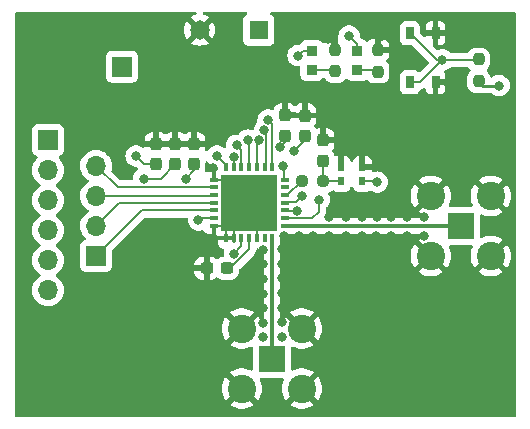
<source format=gbr>
%TF.GenerationSoftware,KiCad,Pcbnew,7.0.5*%
%TF.CreationDate,2023-11-05T09:22:56-05:00*%
%TF.ProjectId,radio,72616469-6f2e-46b6-9963-61645f706362,rev?*%
%TF.SameCoordinates,Original*%
%TF.FileFunction,Copper,L1,Top*%
%TF.FilePolarity,Positive*%
%FSLAX46Y46*%
G04 Gerber Fmt 4.6, Leading zero omitted, Abs format (unit mm)*
G04 Created by KiCad (PCBNEW 7.0.5) date 2023-11-05 09:22:56*
%MOMM*%
%LPD*%
G01*
G04 APERTURE LIST*
G04 Aperture macros list*
%AMRoundRect*
0 Rectangle with rounded corners*
0 $1 Rounding radius*
0 $2 $3 $4 $5 $6 $7 $8 $9 X,Y pos of 4 corners*
0 Add a 4 corners polygon primitive as box body*
4,1,4,$2,$3,$4,$5,$6,$7,$8,$9,$2,$3,0*
0 Add four circle primitives for the rounded corners*
1,1,$1+$1,$2,$3*
1,1,$1+$1,$4,$5*
1,1,$1+$1,$6,$7*
1,1,$1+$1,$8,$9*
0 Add four rect primitives between the rounded corners*
20,1,$1+$1,$2,$3,$4,$5,0*
20,1,$1+$1,$4,$5,$6,$7,0*
20,1,$1+$1,$6,$7,$8,$9,0*
20,1,$1+$1,$8,$9,$2,$3,0*%
G04 Aperture macros list end*
%TA.AperFunction,SMDPad,CuDef*%
%ADD10R,0.930000X0.810000*%
%TD*%
%TA.AperFunction,ComponentPad*%
%ADD11R,1.700000X1.700000*%
%TD*%
%TA.AperFunction,ComponentPad*%
%ADD12O,1.700000X1.700000*%
%TD*%
%TA.AperFunction,SMDPad,CuDef*%
%ADD13RoundRect,0.237500X-0.237500X0.250000X-0.237500X-0.250000X0.237500X-0.250000X0.237500X0.250000X0*%
%TD*%
%TA.AperFunction,SMDPad,CuDef*%
%ADD14RoundRect,0.237500X0.237500X-0.250000X0.237500X0.250000X-0.237500X0.250000X-0.237500X-0.250000X0*%
%TD*%
%TA.AperFunction,SMDPad,CuDef*%
%ADD15RoundRect,0.237500X0.237500X-0.300000X0.237500X0.300000X-0.237500X0.300000X-0.237500X-0.300000X0*%
%TD*%
%TA.AperFunction,ComponentPad*%
%ADD16R,2.250000X2.250000*%
%TD*%
%TA.AperFunction,ComponentPad*%
%ADD17C,2.400000*%
%TD*%
%TA.AperFunction,SMDPad,CuDef*%
%ADD18R,0.650000X1.050000*%
%TD*%
%TA.AperFunction,SMDPad,CuDef*%
%ADD19R,0.600000X0.800000*%
%TD*%
%TA.AperFunction,SMDPad,CuDef*%
%ADD20RoundRect,0.237500X0.250000X0.237500X-0.250000X0.237500X-0.250000X-0.237500X0.250000X-0.237500X0*%
%TD*%
%TA.AperFunction,SMDPad,CuDef*%
%ADD21RoundRect,0.237500X0.300000X0.237500X-0.300000X0.237500X-0.300000X-0.237500X0.300000X-0.237500X0*%
%TD*%
%TA.AperFunction,SMDPad,CuDef*%
%ADD22R,0.800000X0.350000*%
%TD*%
%TA.AperFunction,SMDPad,CuDef*%
%ADD23R,0.350000X0.800000*%
%TD*%
%TA.AperFunction,SMDPad,CuDef*%
%ADD24R,4.800000X4.800000*%
%TD*%
%TA.AperFunction,ComponentPad*%
%ADD25R,1.650000X1.650000*%
%TD*%
%TA.AperFunction,ComponentPad*%
%ADD26C,1.650000*%
%TD*%
%TA.AperFunction,ViaPad*%
%ADD27C,0.800000*%
%TD*%
%TA.AperFunction,Conductor*%
%ADD28C,0.203200*%
%TD*%
%TA.AperFunction,Conductor*%
%ADD29C,0.250000*%
%TD*%
%TA.AperFunction,Conductor*%
%ADD30C,0.348996*%
%TD*%
G04 APERTURE END LIST*
D10*
%TO.P,D2,A*%
%TO.N,Antenna_State*%
X127203200Y-72774400D03*
%TO.P,D2,C*%
%TO.N,Net-(D2-PadC)*%
X127203200Y-74394400D03*
%TD*%
D11*
%TO.P,J2,1,Pin_1*%
%TO.N,Net-(J2-Pin_1)*%
X105079800Y-90119200D03*
D12*
%TO.P,J2,2,Pin_2*%
%TO.N,Net-(J2-Pin_2)*%
X105079800Y-87579200D03*
%TO.P,J2,3,Pin_3*%
%TO.N,Net-(J2-Pin_3)*%
X105079800Y-85039200D03*
%TO.P,J2,4,Pin_4*%
%TO.N,Net-(J2-Pin_4)*%
X105079800Y-82499200D03*
%TD*%
D11*
%TO.P,J3,1,Pin_1*%
%TO.N,Antenna_State*%
X107264200Y-74091800D03*
%TD*%
D13*
%TO.P,R3,1*%
%TO.N,GND*%
X125323600Y-72671900D03*
%TO.P,R3,2*%
%TO.N,Net-(D1-PadC)*%
X125323600Y-74496900D03*
%TD*%
D14*
%TO.P,R2,1*%
%TO.N,+3.3V*%
X137464800Y-75310200D03*
%TO.P,R2,2*%
%TO.N,Net-(U1-~{RESET})*%
X137464800Y-73485200D03*
%TD*%
D15*
%TO.P,C7,1*%
%TO.N,+3.3V*%
X110159800Y-82371100D03*
%TO.P,C7,2*%
%TO.N,GND*%
X110159800Y-80646100D03*
%TD*%
D16*
%TO.P,J6,1,1*%
%TO.N,Power_Amp_In*%
X119964200Y-98806000D03*
D17*
%TO.P,J6,2,2*%
%TO.N,GND*%
X122504200Y-96266000D03*
%TO.P,J6,3,3*%
X117424200Y-96266000D03*
%TO.P,J6,4,4*%
X117424200Y-101346000D03*
%TO.P,J6,5,5*%
X122504200Y-101346000D03*
%TD*%
D15*
%TO.P,C5,1*%
%TO.N,+3.3V*%
X113360200Y-82371100D03*
%TO.P,C5,2*%
%TO.N,GND*%
X113360200Y-80646100D03*
%TD*%
D18*
%TO.P,S1,1,1*%
%TO.N,Net-(U1-~{RESET})*%
X131665400Y-75405900D03*
%TO.P,S1,2,2*%
X131665400Y-71255900D03*
%TO.P,S1,3,3*%
%TO.N,GND*%
X133815400Y-75405900D03*
%TO.P,S1,4,4*%
X133815400Y-71255900D03*
%TD*%
D19*
%TO.P,Y1,1,GND*%
%TO.N,GND*%
X127620600Y-82583900D03*
%TO.P,Y1,2,GND*%
X125820600Y-82583900D03*
%TO.P,Y1,3,OUTPUT*%
%TO.N,Net-(Y1-OUTPUT)*%
X125820600Y-83783900D03*
%TO.P,Y1,4,+VCC*%
%TO.N,+3.3V*%
X127620600Y-83783900D03*
%TD*%
D10*
%TO.P,D1,A*%
%TO.N,+3.3V*%
X123342400Y-72749000D03*
%TO.P,D1,C*%
%TO.N,Net-(D1-PadC)*%
X123342400Y-74369000D03*
%TD*%
D20*
%TO.P,R1,1*%
%TO.N,Net-(Y1-OUTPUT)*%
X124305700Y-83793500D03*
%TO.P,R1,2*%
%TO.N,Net-(U1-XTA)*%
X122480700Y-83793500D03*
%TD*%
D15*
%TO.P,C6,1*%
%TO.N,+3.3V*%
X111785400Y-82371100D03*
%TO.P,C6,2*%
%TO.N,GND*%
X111785400Y-80646100D03*
%TD*%
D16*
%TO.P,J5,1,1*%
%TO.N,LNA_OUTPUT*%
X135940800Y-87579200D03*
D17*
%TO.P,J5,2,2*%
%TO.N,GND*%
X133400800Y-85039200D03*
%TO.P,J5,3,3*%
X133400800Y-90119200D03*
%TO.P,J5,4,4*%
X138480800Y-90119200D03*
%TO.P,J5,5,5*%
X138480800Y-85039200D03*
%TD*%
D21*
%TO.P,C2,1*%
%TO.N,Net-(U1-VR_PA)*%
X116153100Y-91160600D03*
%TO.P,C2,2*%
%TO.N,GND*%
X114428100Y-91160600D03*
%TD*%
D15*
%TO.P,C1,1*%
%TO.N,Net-(Y1-OUTPUT)*%
X124282200Y-82065200D03*
%TO.P,C1,2*%
%TO.N,GND*%
X124282200Y-80340200D03*
%TD*%
D22*
%TO.P,U1,1,RFI_LF*%
%TO.N,LNA_OUTPUT*%
X121033800Y-87573400D03*
%TO.P,U1,2,VR_ANA*%
%TO.N,Net-(U1-VR_ANA)*%
X121033800Y-86923400D03*
%TO.P,U1,3,VBAT_ANA*%
%TO.N,+3.3V*%
X121033800Y-86273400D03*
%TO.P,U1,4,VR_DIG*%
%TO.N,Net-(U1-VR_DIG)*%
X121033800Y-85623400D03*
%TO.P,U1,5,XTA*%
%TO.N,Net-(U1-XTA)*%
X121033800Y-84973400D03*
%TO.P,U1,6,XTB*%
%TO.N,unconnected-(U1-XTB-Pad6)*%
X121033800Y-84323400D03*
%TO.P,U1,7,~{RESET}*%
%TO.N,Net-(U1-~{RESET})*%
X121033800Y-83673400D03*
D23*
%TO.P,U1,8,DIO0*%
%TO.N,/DIO0*%
X119983800Y-82623400D03*
%TO.P,U1,9,DIO1/DCLK*%
%TO.N,/DIO1*%
X119333800Y-82623400D03*
%TO.P,U1,10,DIO2/DATA*%
%TO.N,/DIO2*%
X118683800Y-82623400D03*
%TO.P,U1,11,DIO3*%
%TO.N,/DIO3*%
X118033800Y-82623400D03*
%TO.P,U1,12,DIO4*%
%TO.N,/DIO4*%
X117383800Y-82623400D03*
%TO.P,U1,13,DIO5*%
%TO.N,/DIO5*%
X116733800Y-82623400D03*
%TO.P,U1,14,VBAT_DIG*%
%TO.N,+3.3V*%
X116083800Y-82623400D03*
D22*
%TO.P,U1,15,GND*%
%TO.N,GND*%
X115033800Y-83673400D03*
%TO.P,U1,16,SCK*%
%TO.N,Net-(J2-Pin_4)*%
X115033800Y-84323400D03*
%TO.P,U1,17,MISO*%
%TO.N,Net-(J2-Pin_3)*%
X115033800Y-84973400D03*
%TO.P,U1,18,MOSI*%
%TO.N,Net-(J2-Pin_2)*%
X115033800Y-85623400D03*
%TO.P,U1,19,~{SS}*%
%TO.N,Net-(J2-Pin_1)*%
X115033800Y-86273400D03*
%TO.P,U1,20,RXTX/RFMOD*%
%TO.N,Antenna_State*%
X115033800Y-86923400D03*
%TO.P,U1,21,GND*%
%TO.N,GND*%
X115033800Y-87573400D03*
D23*
%TO.P,U1,22,GND*%
X116083800Y-88623400D03*
%TO.P,U1,23,GND*%
X116733800Y-88623400D03*
%TO.P,U1,24,VBAT_RF*%
%TO.N,+3.3V*%
X117383800Y-88623400D03*
%TO.P,U1,25,VR_PA*%
%TO.N,Net-(U1-VR_PA)*%
X118033800Y-88623400D03*
%TO.P,U1,26,GND*%
%TO.N,GND*%
X118683800Y-88623400D03*
%TO.P,U1,27,PA_BOOST*%
%TO.N,unconnected-(U1-PA_BOOST-Pad27)*%
X119333800Y-88623400D03*
%TO.P,U1,28,RFO_LF*%
%TO.N,Power_Amp_In*%
X119983800Y-88623400D03*
D24*
%TO.P,U1,29,EXP*%
%TO.N,GND*%
X118033800Y-85623400D03*
%TD*%
D15*
%TO.P,C3,1*%
%TO.N,Net-(U1-VR_DIG)*%
X122758200Y-79958100D03*
%TO.P,C3,2*%
%TO.N,GND*%
X122758200Y-78233100D03*
%TD*%
%TO.P,C4,1*%
%TO.N,Net-(U1-VR_ANA)*%
X121081800Y-79932700D03*
%TO.P,C4,2*%
%TO.N,GND*%
X121081800Y-78207700D03*
%TD*%
D11*
%TO.P,J1,1,Pin_1*%
%TO.N,/DIO0*%
X101015800Y-80314800D03*
D12*
%TO.P,J1,2,Pin_2*%
%TO.N,/DIO1*%
X101015800Y-82854800D03*
%TO.P,J1,3,Pin_3*%
%TO.N,/DIO2*%
X101015800Y-85394800D03*
%TO.P,J1,4,Pin_4*%
%TO.N,/DIO3*%
X101015800Y-87934800D03*
%TO.P,J1,5,Pin_5*%
%TO.N,/DIO4*%
X101015800Y-90474800D03*
%TO.P,J1,6,Pin_6*%
%TO.N,/DIO5*%
X101015800Y-93014800D03*
%TD*%
D25*
%TO.P,J4,01,01*%
%TO.N,+3.3V*%
X118849300Y-70993000D03*
D26*
%TO.P,J4,02,02*%
%TO.N,GND*%
X113849300Y-70993000D03*
%TD*%
D13*
%TO.P,R4,1*%
%TO.N,GND*%
X128930400Y-72697300D03*
%TO.P,R4,2*%
%TO.N,Net-(D2-PadC)*%
X128930400Y-74522300D03*
%TD*%
D27*
%TO.N,GND*%
X128828800Y-86817200D03*
X129540000Y-94488000D03*
X129032000Y-89916000D03*
X131394200Y-86817200D03*
X130073400Y-86817200D03*
X112268000Y-92456000D03*
X100076000Y-71628000D03*
X110744000Y-102616000D03*
X131064000Y-100584000D03*
X111760000Y-90932000D03*
X120777000Y-90792300D03*
X130556000Y-79248000D03*
X126263400Y-86817200D03*
X120777000Y-93256100D03*
X134620000Y-95504000D03*
X107696000Y-90932000D03*
X120980200Y-88442800D03*
X127000000Y-101092000D03*
X139018507Y-70787274D03*
X105156000Y-76708000D03*
X112776000Y-96520000D03*
X103632000Y-98044000D03*
X102108000Y-96520000D03*
X114300000Y-88900000D03*
X132842000Y-86817200D03*
X136652000Y-93472000D03*
X133096000Y-80264000D03*
X135128000Y-97536000D03*
X125831600Y-81355100D03*
X140208000Y-74168000D03*
X135082844Y-78731483D03*
X114808000Y-95504000D03*
X117856000Y-76708000D03*
X138176000Y-79248000D03*
X112776000Y-98552000D03*
X120777000Y-95719900D03*
X120777000Y-89560400D03*
X124714000Y-71755000D03*
X105156000Y-100076000D03*
X108712000Y-98044000D03*
X132816600Y-88442800D03*
X114808000Y-92964000D03*
X128803400Y-82574300D03*
X119227600Y-93306900D03*
X123469400Y-88442800D03*
X116840000Y-92964000D03*
X137160000Y-80264000D03*
X122224800Y-88442800D03*
X106172000Y-98044000D03*
X119227600Y-95770700D03*
X135255000Y-71425900D03*
X119227600Y-90843100D03*
X129032000Y-78232000D03*
X134620000Y-101092000D03*
X111252000Y-94488000D03*
X114808000Y-100076000D03*
X124790200Y-88442800D03*
X135229600Y-76277300D03*
X113792000Y-76708000D03*
X120777000Y-96951800D03*
X124815600Y-86817200D03*
X127508000Y-97536000D03*
X131572000Y-97536000D03*
X107188000Y-99568000D03*
X99568000Y-96012000D03*
X131368800Y-88442800D03*
X127584200Y-86817200D03*
X108712000Y-94488000D03*
X119227600Y-89611200D03*
X114935000Y-82677000D03*
X109220000Y-88900000D03*
X104140000Y-102108000D03*
X127508000Y-80264000D03*
X138176000Y-96520000D03*
X130048000Y-88442800D03*
X100076000Y-75184000D03*
X124460000Y-91948000D03*
X120777000Y-92024200D03*
X100076000Y-98552000D03*
X104648000Y-96012000D03*
X132588000Y-93472000D03*
X125984000Y-93980000D03*
X110236000Y-92456000D03*
X135128000Y-81280000D03*
X126238000Y-88442800D03*
X125552200Y-80161300D03*
X119227600Y-97002600D03*
X102108000Y-100076000D03*
X113284000Y-94488000D03*
X110744000Y-97536000D03*
X107460319Y-76490342D03*
X100076000Y-101092000D03*
X107696000Y-102108000D03*
X128803400Y-88442800D03*
X103632000Y-70612000D03*
X125984000Y-89916000D03*
X137160000Y-99568000D03*
X128016000Y-91948000D03*
X111013348Y-76781872D03*
X119227600Y-94538800D03*
X107188000Y-96012000D03*
X101600000Y-102616000D03*
X109728000Y-100076000D03*
X131572000Y-81788000D03*
X129311700Y-71526700D03*
X122936000Y-89916000D03*
X110744000Y-87884000D03*
X112776000Y-101092000D03*
X119227600Y-92075000D03*
X109728000Y-96012000D03*
X101611486Y-73684360D03*
X114808000Y-97536000D03*
X120777000Y-94488000D03*
X127558800Y-88442800D03*
%TO.N,Net-(U1-VR_DIG)*%
X122503519Y-85051400D03*
X121818400Y-81203800D03*
%TO.N,Net-(U1-VR_ANA)*%
X123952000Y-85344000D03*
X120611900Y-80924400D03*
%TO.N,+3.3V*%
X112649000Y-83566000D03*
X122174000Y-73152000D03*
X139192000Y-75692000D03*
X108458000Y-81661000D03*
X109093000Y-83566000D03*
X115316000Y-81661000D03*
X122123200Y-86308100D03*
X116789200Y-89916000D03*
X128879600Y-83869700D03*
%TO.N,Antenna_State*%
X126492000Y-71501000D03*
X113741200Y-87071200D03*
%TO.N,/DIO0*%
X119634000Y-78613000D03*
%TO.N,/DIO1*%
X119316155Y-79483277D03*
%TO.N,/DIO2*%
X118831598Y-80316858D03*
%TO.N,/DIO3*%
X117905121Y-80310031D03*
%TO.N,/DIO4*%
X116967000Y-80765100D03*
%TO.N,/DIO5*%
X116755700Y-81764312D03*
%TO.N,Net-(U1-~{RESET})*%
X134391400Y-73534100D03*
X120904000Y-82499200D03*
%TD*%
D28*
%TO.N,Net-(Y1-OUTPUT)*%
X124305700Y-82088700D02*
X124282200Y-82065200D01*
X124305700Y-83793500D02*
X124305700Y-82088700D01*
X124305700Y-83793500D02*
X125811000Y-83793500D01*
X125811000Y-83793500D02*
X125820600Y-83783900D01*
%TO.N,GND*%
X118683800Y-86273400D02*
X118033800Y-85623400D01*
X128930400Y-71908000D02*
X128930400Y-72697300D01*
X115078800Y-87573400D02*
X116083800Y-87573400D01*
X125820600Y-81366100D02*
X125831600Y-81355100D01*
D29*
X114300000Y-88900000D02*
X114576600Y-88623400D01*
D28*
X124714000Y-71755000D02*
X125323600Y-72364600D01*
X115033800Y-83673400D02*
X115033800Y-82775800D01*
X125373300Y-80340200D02*
X125552200Y-80161300D01*
X115033800Y-82775800D02*
X114935000Y-82677000D01*
X125323600Y-72364600D02*
X125323600Y-72671900D01*
D29*
X116733800Y-88623400D02*
X116083800Y-88623400D01*
D28*
X135085000Y-71255900D02*
X135255000Y-71425900D01*
D29*
X114576600Y-88623400D02*
X116083800Y-88623400D01*
D28*
X127620600Y-82583900D02*
X128793800Y-82583900D01*
X116733800Y-88578400D02*
X116733800Y-86923400D01*
X115033800Y-83673400D02*
X116083800Y-83673400D01*
X116733800Y-88904600D02*
X116733800Y-88578400D01*
X116083800Y-88578400D02*
X116083800Y-87573400D01*
D29*
X115033800Y-88166200D02*
X114300000Y-88900000D01*
D28*
X133815400Y-71255900D02*
X135085000Y-71255900D01*
D29*
X115033800Y-87573400D02*
X115033800Y-88166200D01*
D28*
X125820600Y-82583900D02*
X125820600Y-81366100D01*
X118683800Y-88578400D02*
X118683800Y-86273400D01*
X124282200Y-80340200D02*
X125373300Y-80340200D01*
X129311700Y-71526700D02*
X128930400Y-71908000D01*
X116083800Y-87573400D02*
X118033800Y-85623400D01*
X116083800Y-83673400D02*
X118033800Y-85623400D01*
X128793800Y-82583900D02*
X128803400Y-82574300D01*
X116733800Y-86923400D02*
X118033800Y-85623400D01*
X133815400Y-75405900D02*
X134358200Y-75405900D01*
X134358200Y-75405900D02*
X135229600Y-76277300D01*
%TO.N,Net-(U1-VR_PA)*%
X116153100Y-91160600D02*
X116433575Y-91160600D01*
X118033800Y-89560375D02*
X118033800Y-88578400D01*
X116433575Y-91160600D02*
X118033800Y-89560375D01*
%TO.N,Net-(U1-VR_DIG)*%
X122503519Y-85051400D02*
X121983419Y-85571500D01*
X121065000Y-85547200D02*
X120988800Y-85623400D01*
X121983419Y-85571500D02*
X121065000Y-85571500D01*
X122758200Y-79958100D02*
X122758200Y-80264000D01*
X122758200Y-80264000D02*
X121818400Y-81203800D01*
%TO.N,Net-(U1-VR_ANA)*%
X121047100Y-86936700D02*
X121033800Y-86923400D01*
X123952000Y-86360000D02*
X123375300Y-86936700D01*
X123952000Y-85344000D02*
X123952000Y-86360000D01*
X123375300Y-86936700D02*
X121047100Y-86936700D01*
X121081800Y-80454500D02*
X121081800Y-79932700D01*
X120611900Y-80924400D02*
X121081800Y-80454500D01*
%TO.N,+3.3V*%
X117383800Y-88578400D02*
X117383800Y-89321400D01*
X110159800Y-82371100D02*
X109168100Y-82371100D01*
X116083800Y-82428800D02*
X115316000Y-81661000D01*
X122112800Y-86297700D02*
X122123200Y-86308100D01*
X111785400Y-82371100D02*
X110590500Y-83566000D01*
X117383800Y-89321400D02*
X116789200Y-89916000D01*
X122174000Y-73152000D02*
X122577000Y-72749000D01*
X110590500Y-83566000D02*
X109093000Y-83566000D01*
X120988800Y-86297700D02*
X122112800Y-86297700D01*
D29*
X139192000Y-75692000D02*
X137846600Y-75692000D01*
D28*
X109168100Y-82371100D02*
X108458000Y-81661000D01*
D29*
X137846600Y-75692000D02*
X137464800Y-75310200D01*
D28*
X113360200Y-82854800D02*
X112649000Y-83566000D01*
X116083800Y-82623400D02*
X116083800Y-82428800D01*
X127620600Y-83783900D02*
X128793800Y-83783900D01*
X113360200Y-82371100D02*
X113360200Y-82854800D01*
X128793800Y-83783900D02*
X128879600Y-83869700D01*
X122577000Y-72749000D02*
X123342400Y-72749000D01*
%TO.N,Net-(D1-PadC)*%
X125195700Y-74369000D02*
X125323600Y-74496900D01*
X123342400Y-74369000D02*
X125195700Y-74369000D01*
%TO.N,Net-(D2-PadC)*%
X128802500Y-74394400D02*
X128930400Y-74522300D01*
X127203200Y-74394400D02*
X128802500Y-74394400D01*
%TO.N,Antenna_State*%
X127203200Y-72212200D02*
X126492000Y-71501000D01*
X113889000Y-86923400D02*
X113741200Y-87071200D01*
X127203200Y-72774400D02*
X127203200Y-72212200D01*
X115078800Y-86923400D02*
X113889000Y-86923400D01*
%TO.N,/DIO0*%
X119634000Y-78613000D02*
X119983800Y-78962800D01*
X119983800Y-78962800D02*
X119983800Y-82668400D01*
%TO.N,/DIO1*%
X119459698Y-79626820D02*
X119459698Y-82542502D01*
X119316155Y-79483277D02*
X119459698Y-79626820D01*
X119459698Y-82542502D02*
X119333800Y-82668400D01*
%TO.N,/DIO2*%
X118683800Y-80464656D02*
X118683800Y-82668400D01*
X118831598Y-80316858D02*
X118683800Y-80464656D01*
%TO.N,/DIO3*%
X117905121Y-80310031D02*
X118033800Y-80438710D01*
X118033800Y-80438710D02*
X118033800Y-82668400D01*
%TO.N,/DIO4*%
X117383800Y-81181900D02*
X117383800Y-82668400D01*
X116967000Y-80765100D02*
X117383800Y-81181900D01*
%TO.N,/DIO5*%
X116733800Y-81786212D02*
X116733800Y-82668400D01*
X116755700Y-81764312D02*
X116733800Y-81786212D01*
%TO.N,Net-(J2-Pin_1)*%
X115078800Y-86273400D02*
X108925600Y-86273400D01*
X108925600Y-86273400D02*
X105079800Y-90119200D01*
%TO.N,Net-(J2-Pin_2)*%
X115078800Y-85623400D02*
X107035600Y-85623400D01*
X107035600Y-85623400D02*
X105079800Y-87579200D01*
%TO.N,Net-(J2-Pin_3)*%
X115078800Y-84973400D02*
X115013000Y-85039200D01*
X115013000Y-85039200D02*
X105079800Y-85039200D01*
%TO.N,Net-(J2-Pin_4)*%
X106904000Y-84323400D02*
X105079800Y-82499200D01*
X115078800Y-84323400D02*
X106904000Y-84323400D01*
%TO.N,Net-(U1-XTA)*%
X121276500Y-84973400D02*
X120988800Y-84973400D01*
X122480700Y-83793500D02*
X121276500Y-84997700D01*
%TO.N,Net-(U1-~{RESET})*%
X134391400Y-73534100D02*
X133943600Y-73534100D01*
X120988800Y-83673400D02*
X120988800Y-82584000D01*
X137415900Y-73534100D02*
X137464800Y-73485200D01*
X132519600Y-75405900D02*
X131665400Y-75405900D01*
X134391400Y-73534100D02*
X137415900Y-73534100D01*
X134391400Y-73534100D02*
X132519600Y-75405900D01*
X120988800Y-82584000D02*
X120904000Y-82499200D01*
X133943600Y-73534100D02*
X131665400Y-71255900D01*
D30*
%TO.N,Power_Amp_In*%
X119989600Y-88584200D02*
X119989600Y-98755200D01*
X119983800Y-88578400D02*
X119989600Y-88584200D01*
%TO.N,LNA_OUTPUT*%
X135935000Y-87573400D02*
X135940800Y-87579200D01*
X121033800Y-87573400D02*
X135935000Y-87573400D01*
%TD*%
%TA.AperFunction,Conductor*%
%TO.N,GND*%
G36*
X119235118Y-96608136D02*
G01*
X119290622Y-96650576D01*
X119314370Y-96716286D01*
X119314602Y-96723870D01*
X119314602Y-97056500D01*
X119294917Y-97123539D01*
X119242113Y-97169294D01*
X119190602Y-97180500D01*
X119073293Y-97180500D01*
X119006254Y-97160815D01*
X118960499Y-97108011D01*
X118950555Y-97038853D01*
X118959256Y-97010307D01*
X118958447Y-97009990D01*
X119053226Y-96768494D01*
X119053232Y-96768475D01*
X119069711Y-96696278D01*
X119103819Y-96635299D01*
X119165481Y-96602441D01*
X119235118Y-96608136D01*
G37*
%TD.AperFunction*%
%TA.AperFunction,Conductor*%
G36*
X120869801Y-96793599D02*
G01*
X120904026Y-96842010D01*
X120969953Y-97009990D01*
X120968140Y-97010701D01*
X120978182Y-97071618D01*
X120950471Y-97135758D01*
X120892482Y-97174733D01*
X120855107Y-97180500D01*
X120788598Y-97180500D01*
X120721559Y-97160815D01*
X120675804Y-97108011D01*
X120664598Y-97056500D01*
X120664598Y-96887312D01*
X120684283Y-96820273D01*
X120737087Y-96774518D01*
X120806245Y-96764574D01*
X120869801Y-96793599D01*
G37*
%TD.AperFunction*%
%TA.AperFunction,Conductor*%
G36*
X114540902Y-82133131D02*
G01*
X114567086Y-82164844D01*
X114583466Y-82193214D01*
X114583465Y-82193214D01*
X114710129Y-82333888D01*
X114863265Y-82445148D01*
X114863270Y-82445151D01*
X115036192Y-82522142D01*
X115036197Y-82522144D01*
X115221354Y-82561500D01*
X115284300Y-82561500D01*
X115351339Y-82581185D01*
X115397094Y-82633989D01*
X115408300Y-82685500D01*
X115408300Y-82705559D01*
X115388615Y-82772598D01*
X115358611Y-82804825D01*
X115276614Y-82866208D01*
X115276609Y-82866213D01*
X115202817Y-82964786D01*
X115208800Y-82990102D01*
X115208800Y-83523900D01*
X115189115Y-83590939D01*
X115136311Y-83636694D01*
X115084800Y-83647900D01*
X114982800Y-83647900D01*
X114915761Y-83628215D01*
X114870006Y-83575411D01*
X114858800Y-83523900D01*
X114858800Y-82998400D01*
X114585955Y-82998400D01*
X114526427Y-83004801D01*
X114526416Y-83004804D01*
X114470082Y-83025815D01*
X114400390Y-83030799D01*
X114339068Y-82997313D01*
X114305583Y-82935990D01*
X114309044Y-82870631D01*
X114325374Y-82821353D01*
X114335700Y-82720277D01*
X114335699Y-82226843D01*
X114355383Y-82159805D01*
X114408187Y-82114050D01*
X114477346Y-82104106D01*
X114540902Y-82133131D01*
G37*
%TD.AperFunction*%
%TA.AperFunction,Conductor*%
G36*
X113540838Y-69489185D02*
G01*
X113586593Y-69541989D01*
X113596537Y-69611147D01*
X113567512Y-69674703D01*
X113508734Y-69712477D01*
X113505892Y-69713275D01*
X113394399Y-69743148D01*
X113394390Y-69743152D01*
X113184271Y-69841132D01*
X113184269Y-69841133D01*
X113105877Y-69896024D01*
X113105876Y-69896024D01*
X113601765Y-70391913D01*
X113533671Y-70418874D01*
X113400808Y-70515405D01*
X113296125Y-70641945D01*
X113247668Y-70744920D01*
X112752324Y-70249576D01*
X112752324Y-70249577D01*
X112697433Y-70327969D01*
X112697432Y-70327971D01*
X112599452Y-70538090D01*
X112599448Y-70538099D01*
X112539447Y-70762031D01*
X112539445Y-70762041D01*
X112519239Y-70992999D01*
X112519239Y-70993000D01*
X112539445Y-71223958D01*
X112539447Y-71223968D01*
X112599448Y-71447900D01*
X112599452Y-71447909D01*
X112697432Y-71658029D01*
X112697433Y-71658031D01*
X112752323Y-71736422D01*
X112752324Y-71736423D01*
X113246752Y-71241994D01*
X113256488Y-71271956D01*
X113344486Y-71410619D01*
X113464203Y-71523040D01*
X113598810Y-71597041D01*
X113105875Y-72089975D01*
X113184273Y-72144868D01*
X113394390Y-72242847D01*
X113394399Y-72242851D01*
X113618331Y-72302852D01*
X113618341Y-72302854D01*
X113849299Y-72323061D01*
X113849301Y-72323061D01*
X114080258Y-72302854D01*
X114080268Y-72302852D01*
X114304200Y-72242851D01*
X114304209Y-72242847D01*
X114514330Y-72144867D01*
X114592723Y-72089975D01*
X114096834Y-71594086D01*
X114164929Y-71567126D01*
X114297792Y-71470595D01*
X114402475Y-71344055D01*
X114450931Y-71241079D01*
X114946275Y-71736423D01*
X115001167Y-71658030D01*
X115099147Y-71447909D01*
X115099151Y-71447900D01*
X115159152Y-71223968D01*
X115159154Y-71223958D01*
X115179361Y-70993000D01*
X115179361Y-70992999D01*
X115159154Y-70762041D01*
X115159152Y-70762031D01*
X115099151Y-70538099D01*
X115099147Y-70538090D01*
X115001168Y-70327972D01*
X114946274Y-70249576D01*
X114451846Y-70744004D01*
X114442112Y-70714044D01*
X114354114Y-70575381D01*
X114234397Y-70462960D01*
X114099789Y-70388958D01*
X114592723Y-69896024D01*
X114592722Y-69896023D01*
X114514331Y-69841133D01*
X114514329Y-69841132D01*
X114304209Y-69743152D01*
X114304200Y-69743148D01*
X114192708Y-69713275D01*
X114133048Y-69676910D01*
X114102518Y-69614064D01*
X114110812Y-69544688D01*
X114155297Y-69490810D01*
X114221849Y-69469535D01*
X114224801Y-69469500D01*
X117777571Y-69469500D01*
X117844610Y-69489185D01*
X117890365Y-69541989D01*
X117900309Y-69611147D01*
X117871284Y-69674703D01*
X117820904Y-69709682D01*
X117781971Y-69724202D01*
X117781964Y-69724206D01*
X117666755Y-69810452D01*
X117666752Y-69810455D01*
X117580506Y-69925664D01*
X117580502Y-69925671D01*
X117530208Y-70060517D01*
X117523801Y-70120116D01*
X117523801Y-70120123D01*
X117523800Y-70120135D01*
X117523800Y-71865870D01*
X117523801Y-71865876D01*
X117530208Y-71925483D01*
X117580502Y-72060328D01*
X117580506Y-72060335D01*
X117666752Y-72175544D01*
X117666755Y-72175547D01*
X117781964Y-72261793D01*
X117781971Y-72261797D01*
X117916817Y-72312091D01*
X117916816Y-72312091D01*
X117923744Y-72312835D01*
X117976427Y-72318500D01*
X119722172Y-72318499D01*
X119781783Y-72312091D01*
X119916631Y-72261796D01*
X120031846Y-72175546D01*
X120118096Y-72060331D01*
X120168391Y-71925483D01*
X120174800Y-71865873D01*
X120174799Y-70120128D01*
X120168391Y-70060517D01*
X120118096Y-69925669D01*
X120118095Y-69925668D01*
X120118093Y-69925664D01*
X120031847Y-69810455D01*
X120031844Y-69810452D01*
X119916635Y-69724206D01*
X119916628Y-69724202D01*
X119877696Y-69709682D01*
X119821763Y-69667811D01*
X119797345Y-69602347D01*
X119812196Y-69534074D01*
X119861601Y-69484668D01*
X119921029Y-69469500D01*
X140502600Y-69469500D01*
X140569639Y-69489185D01*
X140615394Y-69541989D01*
X140626600Y-69593500D01*
X140626600Y-103609100D01*
X140606915Y-103676139D01*
X140554111Y-103721894D01*
X140502600Y-103733100D01*
X98308200Y-103733100D01*
X98241161Y-103713415D01*
X98195406Y-103660611D01*
X98184200Y-103609100D01*
X98184200Y-93014800D01*
X99660141Y-93014800D01*
X99680736Y-93250203D01*
X99680738Y-93250213D01*
X99741894Y-93478455D01*
X99741896Y-93478459D01*
X99741897Y-93478463D01*
X99841764Y-93692630D01*
X99841765Y-93692630D01*
X99841767Y-93692634D01*
X99950081Y-93847321D01*
X99977305Y-93886201D01*
X100144399Y-94053295D01*
X100241184Y-94121064D01*
X100337965Y-94188832D01*
X100337967Y-94188833D01*
X100337970Y-94188835D01*
X100552137Y-94288703D01*
X100780392Y-94349863D01*
X100968718Y-94366339D01*
X101015799Y-94370459D01*
X101015800Y-94370459D01*
X101015801Y-94370459D01*
X101055034Y-94367026D01*
X101251208Y-94349863D01*
X101479463Y-94288703D01*
X101693630Y-94188835D01*
X101887201Y-94053295D01*
X102054295Y-93886201D01*
X102189835Y-93692630D01*
X102289703Y-93478463D01*
X102350863Y-93250208D01*
X102371459Y-93014800D01*
X102350863Y-92779392D01*
X102289703Y-92551137D01*
X102189835Y-92336971D01*
X102054295Y-92143399D01*
X102054294Y-92143397D01*
X101887202Y-91976306D01*
X101887196Y-91976301D01*
X101701642Y-91846375D01*
X101658017Y-91791798D01*
X101650823Y-91722300D01*
X101682346Y-91659945D01*
X101701642Y-91643225D01*
X101723826Y-91627691D01*
X101887201Y-91513295D01*
X102054295Y-91346201D01*
X102189835Y-91152630D01*
X102289703Y-90938463D01*
X102350863Y-90710208D01*
X102371459Y-90474800D01*
X102350863Y-90239392D01*
X102289703Y-90011137D01*
X102189835Y-89796971D01*
X102141360Y-89727740D01*
X102054294Y-89603397D01*
X101887202Y-89436306D01*
X101887196Y-89436301D01*
X101701642Y-89306375D01*
X101658017Y-89251798D01*
X101650823Y-89182300D01*
X101682346Y-89119945D01*
X101701642Y-89103225D01*
X101770720Y-89054856D01*
X101887201Y-88973295D01*
X102054295Y-88806201D01*
X102189835Y-88612630D01*
X102289703Y-88398463D01*
X102350863Y-88170208D01*
X102371459Y-87934800D01*
X102350863Y-87699392D01*
X102318658Y-87579200D01*
X103724141Y-87579200D01*
X103744736Y-87814603D01*
X103744738Y-87814613D01*
X103805894Y-88042855D01*
X103805896Y-88042859D01*
X103805897Y-88042863D01*
X103875326Y-88191754D01*
X103905765Y-88257030D01*
X103905767Y-88257034D01*
X104041301Y-88450595D01*
X104041306Y-88450602D01*
X104163230Y-88572526D01*
X104196715Y-88633849D01*
X104191731Y-88703541D01*
X104149859Y-88759474D01*
X104118883Y-88776389D01*
X103987469Y-88825403D01*
X103987464Y-88825406D01*
X103872255Y-88911652D01*
X103872252Y-88911655D01*
X103786006Y-89026864D01*
X103786002Y-89026871D01*
X103735708Y-89161717D01*
X103729301Y-89221316D01*
X103729300Y-89221335D01*
X103729300Y-91017070D01*
X103729301Y-91017076D01*
X103735708Y-91076683D01*
X103786002Y-91211528D01*
X103786006Y-91211535D01*
X103872252Y-91326744D01*
X103872255Y-91326747D01*
X103987464Y-91412993D01*
X103987471Y-91412997D01*
X104122317Y-91463291D01*
X104122316Y-91463291D01*
X104129244Y-91464035D01*
X104181927Y-91469700D01*
X105977672Y-91469699D01*
X106037283Y-91463291D01*
X106172131Y-91412996D01*
X106175332Y-91410600D01*
X113390601Y-91410600D01*
X113390601Y-91447254D01*
X113400919Y-91548252D01*
X113455146Y-91711900D01*
X113455151Y-91711911D01*
X113545652Y-91858634D01*
X113545655Y-91858638D01*
X113667561Y-91980544D01*
X113667565Y-91980547D01*
X113814288Y-92071048D01*
X113814299Y-92071053D01*
X113977947Y-92125280D01*
X114078951Y-92135599D01*
X114178100Y-92135598D01*
X114178100Y-91410600D01*
X113390601Y-91410600D01*
X106175332Y-91410600D01*
X106287346Y-91326746D01*
X106373596Y-91211531D01*
X106423891Y-91076683D01*
X106430300Y-91017073D01*
X106430300Y-90910600D01*
X113390600Y-90910600D01*
X114178100Y-90910600D01*
X114178100Y-90185599D01*
X114078960Y-90185600D01*
X114078944Y-90185601D01*
X113977947Y-90195919D01*
X113814299Y-90250146D01*
X113814288Y-90250151D01*
X113667565Y-90340652D01*
X113667561Y-90340655D01*
X113545655Y-90462561D01*
X113545652Y-90462565D01*
X113455151Y-90609288D01*
X113455146Y-90609299D01*
X113400919Y-90772947D01*
X113390600Y-90873945D01*
X113390600Y-90910600D01*
X106430300Y-90910600D01*
X106430299Y-89671558D01*
X106449984Y-89604520D01*
X106466613Y-89583883D01*
X109138678Y-86911819D01*
X109200002Y-86878334D01*
X109226360Y-86875500D01*
X112718593Y-86875500D01*
X112785632Y-86895185D01*
X112831387Y-86947989D01*
X112841913Y-87012459D01*
X112835740Y-87071200D01*
X112855526Y-87259456D01*
X112855527Y-87259459D01*
X112914018Y-87439477D01*
X112914021Y-87439484D01*
X113008667Y-87603416D01*
X113095088Y-87699396D01*
X113135329Y-87744088D01*
X113288465Y-87855348D01*
X113288470Y-87855351D01*
X113461392Y-87932342D01*
X113461397Y-87932344D01*
X113646554Y-87971700D01*
X113646555Y-87971700D01*
X113835844Y-87971700D01*
X113835846Y-87971700D01*
X114021003Y-87932344D01*
X114027298Y-87929540D01*
X114096548Y-87920253D01*
X114159826Y-87949878D01*
X114186572Y-87983392D01*
X114190450Y-87990494D01*
X114276609Y-88105587D01*
X114276612Y-88105590D01*
X114391706Y-88191750D01*
X114391713Y-88191754D01*
X114526420Y-88241996D01*
X114526427Y-88241998D01*
X114585955Y-88248399D01*
X114585972Y-88248400D01*
X114858800Y-88248400D01*
X114858800Y-87722899D01*
X114878485Y-87655860D01*
X114931289Y-87610105D01*
X114982797Y-87598899D01*
X115084801Y-87598899D01*
X115151839Y-87618584D01*
X115197594Y-87671388D01*
X115208800Y-87722899D01*
X115208800Y-88256697D01*
X115202817Y-88282013D01*
X115276609Y-88380586D01*
X115276610Y-88380587D01*
X115375187Y-88454381D01*
X115400501Y-88448400D01*
X116584300Y-88448400D01*
X116651339Y-88468085D01*
X116697094Y-88520889D01*
X116708300Y-88572399D01*
X116708301Y-88674399D01*
X116688617Y-88741438D01*
X116635814Y-88787194D01*
X116584301Y-88798400D01*
X115408800Y-88798400D01*
X115408800Y-89071244D01*
X115415201Y-89130772D01*
X115415203Y-89130779D01*
X115465445Y-89265486D01*
X115465449Y-89265493D01*
X115551609Y-89380587D01*
X115551612Y-89380590D01*
X115666706Y-89466750D01*
X115666713Y-89466754D01*
X115801420Y-89516996D01*
X115814362Y-89518388D01*
X115878914Y-89545125D01*
X115918763Y-89602517D01*
X115921258Y-89672342D01*
X115919040Y-89679996D01*
X115903527Y-89727740D01*
X115903526Y-89727744D01*
X115883740Y-89916000D01*
X115894345Y-90016904D01*
X115897876Y-90050494D01*
X115885306Y-90119223D01*
X115837574Y-90170247D01*
X115787157Y-90186813D01*
X115702847Y-90195426D01*
X115539084Y-90249692D01*
X115539081Y-90249693D01*
X115392248Y-90340261D01*
X115377925Y-90354584D01*
X115316601Y-90388068D01*
X115246909Y-90383082D01*
X115202565Y-90354582D01*
X115188638Y-90340655D01*
X115188634Y-90340652D01*
X115041911Y-90250151D01*
X115041900Y-90250146D01*
X114878252Y-90195919D01*
X114777254Y-90185600D01*
X114678099Y-90185600D01*
X114678100Y-90910600D01*
X114678099Y-92135598D01*
X114678100Y-92135599D01*
X114777240Y-92135599D01*
X114777254Y-92135598D01*
X114878252Y-92125280D01*
X115041900Y-92071053D01*
X115041911Y-92071048D01*
X115188635Y-91980547D01*
X115202560Y-91966621D01*
X115263882Y-91933133D01*
X115333573Y-91938114D01*
X115377927Y-91966617D01*
X115392250Y-91980940D01*
X115539084Y-92071508D01*
X115702847Y-92125774D01*
X115803923Y-92136100D01*
X116502276Y-92136099D01*
X116502284Y-92136098D01*
X116502287Y-92136098D01*
X116557630Y-92130444D01*
X116603353Y-92125774D01*
X116767116Y-92071508D01*
X116913950Y-91980940D01*
X117035940Y-91858950D01*
X117126508Y-91712116D01*
X117180774Y-91548353D01*
X117191100Y-91447277D01*
X117191099Y-91305934D01*
X117210783Y-91238895D01*
X117227413Y-91218258D01*
X118428774Y-90016896D01*
X118434864Y-90011555D01*
X118463222Y-89989797D01*
X118559733Y-89864022D01*
X118620402Y-89717555D01*
X118635900Y-89599835D01*
X118635900Y-89599829D01*
X118637902Y-89584620D01*
X118666165Y-89520725D01*
X118724488Y-89482252D01*
X118794353Y-89481417D01*
X118848522Y-89513122D01*
X118858800Y-89523400D01*
X118906628Y-89523400D01*
X118906644Y-89523399D01*
X118966175Y-89516998D01*
X118973726Y-89515214D01*
X118974115Y-89516862D01*
X119034424Y-89512540D01*
X119051187Y-89517460D01*
X119051311Y-89517488D01*
X119051317Y-89517491D01*
X119110927Y-89523900D01*
X119190603Y-89523899D01*
X119257640Y-89543583D01*
X119303396Y-89596386D01*
X119314602Y-89647899D01*
X119314602Y-95808129D01*
X119294917Y-95875168D01*
X119242113Y-95920923D01*
X119172955Y-95930867D01*
X119109399Y-95901842D01*
X119071625Y-95843064D01*
X119069711Y-95835722D01*
X119053231Y-95763522D01*
X119053226Y-95763505D01*
X118960141Y-95526328D01*
X118960142Y-95526328D01*
X118832744Y-95305671D01*
X118790745Y-95253005D01*
X118140860Y-95902890D01*
X118053623Y-95764052D01*
X117926148Y-95636577D01*
X117787308Y-95549338D01*
X118437385Y-94899261D01*
X118276577Y-94789624D01*
X118276576Y-94789623D01*
X118047023Y-94679078D01*
X118047025Y-94679078D01*
X117803547Y-94603975D01*
X117803541Y-94603973D01*
X117551604Y-94566000D01*
X117296795Y-94566000D01*
X117044858Y-94603973D01*
X117044852Y-94603975D01*
X116801375Y-94679078D01*
X116571824Y-94789623D01*
X116571816Y-94789628D01*
X116411013Y-94899261D01*
X117061091Y-95549338D01*
X116922252Y-95636577D01*
X116794777Y-95764052D01*
X116707538Y-95902891D01*
X116057653Y-95253006D01*
X116015655Y-95305670D01*
X115888258Y-95526328D01*
X115795173Y-95763505D01*
X115795168Y-95763522D01*
X115738473Y-96011920D01*
X115719433Y-96265995D01*
X115719433Y-96266004D01*
X115738473Y-96520079D01*
X115795168Y-96768477D01*
X115795173Y-96768494D01*
X115888258Y-97005671D01*
X115888257Y-97005671D01*
X116015657Y-97226332D01*
X116057652Y-97278993D01*
X116057653Y-97278993D01*
X116707538Y-96629108D01*
X116794777Y-96767948D01*
X116922252Y-96895423D01*
X117061090Y-96982661D01*
X116411013Y-97632737D01*
X116571823Y-97742375D01*
X116571824Y-97742376D01*
X116801376Y-97852921D01*
X116801374Y-97852921D01*
X117044852Y-97928024D01*
X117044858Y-97928026D01*
X117296795Y-97965999D01*
X117296804Y-97966000D01*
X117551596Y-97966000D01*
X117551604Y-97965999D01*
X117803541Y-97928026D01*
X117803547Y-97928024D01*
X118047021Y-97852922D01*
X118160898Y-97798082D01*
X118229839Y-97786730D01*
X118293974Y-97814452D01*
X118332940Y-97872447D01*
X118338700Y-97909802D01*
X118338700Y-99702197D01*
X118319015Y-99769236D01*
X118266211Y-99814991D01*
X118197053Y-99824935D01*
X118160899Y-99813917D01*
X118047023Y-99759078D01*
X118047025Y-99759078D01*
X117803547Y-99683975D01*
X117803541Y-99683973D01*
X117551604Y-99646000D01*
X117296795Y-99646000D01*
X117044858Y-99683973D01*
X117044852Y-99683975D01*
X116801375Y-99759078D01*
X116571824Y-99869623D01*
X116571816Y-99869628D01*
X116411013Y-99979261D01*
X117061091Y-100629338D01*
X116922252Y-100716577D01*
X116794777Y-100844052D01*
X116707538Y-100982891D01*
X116057653Y-100333006D01*
X116015655Y-100385670D01*
X115888258Y-100606328D01*
X115795173Y-100843505D01*
X115795168Y-100843522D01*
X115738473Y-101091920D01*
X115719433Y-101345995D01*
X115719433Y-101346004D01*
X115738473Y-101600079D01*
X115795168Y-101848477D01*
X115795173Y-101848494D01*
X115888258Y-102085671D01*
X115888257Y-102085671D01*
X116015657Y-102306332D01*
X116057652Y-102358993D01*
X116707538Y-101709107D01*
X116794777Y-101847948D01*
X116922252Y-101975423D01*
X117061090Y-102062660D01*
X116411013Y-102712737D01*
X116571823Y-102822375D01*
X116571824Y-102822376D01*
X116801376Y-102932921D01*
X116801374Y-102932921D01*
X117044852Y-103008024D01*
X117044858Y-103008026D01*
X117296795Y-103045999D01*
X117296804Y-103046000D01*
X117551596Y-103046000D01*
X117551604Y-103045999D01*
X117803541Y-103008026D01*
X117803547Y-103008024D01*
X118047024Y-102932921D01*
X118276581Y-102822373D01*
X118437385Y-102712737D01*
X117787308Y-102062661D01*
X117926148Y-101975423D01*
X118053623Y-101847948D01*
X118140861Y-101709108D01*
X118790745Y-102358993D01*
X118832745Y-102306327D01*
X118960141Y-102085671D01*
X119053226Y-101848494D01*
X119053231Y-101848477D01*
X119109926Y-101600079D01*
X119128967Y-101346004D01*
X119128967Y-101345995D01*
X119109926Y-101091920D01*
X119053231Y-100843522D01*
X119053226Y-100843505D01*
X118958447Y-100602010D01*
X118960251Y-100601301D01*
X118950223Y-100540341D01*
X118977955Y-100476210D01*
X119035956Y-100437254D01*
X119073287Y-100431499D01*
X120855107Y-100431499D01*
X120922146Y-100451184D01*
X120967901Y-100503988D01*
X120977845Y-100573146D01*
X120969147Y-100601693D01*
X120969953Y-100602010D01*
X120875173Y-100843505D01*
X120875168Y-100843522D01*
X120818473Y-101091920D01*
X120799433Y-101345995D01*
X120799433Y-101346004D01*
X120818473Y-101600079D01*
X120875168Y-101848477D01*
X120875173Y-101848494D01*
X120968258Y-102085671D01*
X120968257Y-102085671D01*
X121095657Y-102306332D01*
X121137652Y-102358993D01*
X121787538Y-101709107D01*
X121874777Y-101847948D01*
X122002252Y-101975423D01*
X122141090Y-102062661D01*
X121491013Y-102712737D01*
X121651823Y-102822375D01*
X121651824Y-102822376D01*
X121881376Y-102932921D01*
X121881374Y-102932921D01*
X122124852Y-103008024D01*
X122124858Y-103008026D01*
X122376795Y-103045999D01*
X122376804Y-103046000D01*
X122631596Y-103046000D01*
X122631604Y-103045999D01*
X122883541Y-103008026D01*
X122883547Y-103008024D01*
X123127024Y-102932921D01*
X123356581Y-102822373D01*
X123517385Y-102712737D01*
X122867308Y-102062661D01*
X123006148Y-101975423D01*
X123133623Y-101847948D01*
X123220861Y-101709109D01*
X123870745Y-102358993D01*
X123912745Y-102306327D01*
X124040141Y-102085671D01*
X124133226Y-101848494D01*
X124133231Y-101848477D01*
X124189926Y-101600079D01*
X124208967Y-101346004D01*
X124208967Y-101345995D01*
X124189926Y-101091920D01*
X124133231Y-100843522D01*
X124133226Y-100843505D01*
X124040141Y-100606328D01*
X124040142Y-100606328D01*
X123912744Y-100385671D01*
X123870746Y-100333006D01*
X123220861Y-100982890D01*
X123133623Y-100844052D01*
X123006148Y-100716577D01*
X122867308Y-100629338D01*
X123517385Y-99979261D01*
X123356577Y-99869624D01*
X123356576Y-99869623D01*
X123127023Y-99759078D01*
X123127025Y-99759078D01*
X122883547Y-99683975D01*
X122883541Y-99683973D01*
X122631604Y-99646000D01*
X122376795Y-99646000D01*
X122124858Y-99683973D01*
X122124852Y-99683975D01*
X121881375Y-99759078D01*
X121767500Y-99813918D01*
X121698559Y-99825270D01*
X121634425Y-99797548D01*
X121595459Y-99739552D01*
X121589699Y-99702203D01*
X121589699Y-97909801D01*
X121609384Y-97842763D01*
X121662188Y-97797008D01*
X121731346Y-97787064D01*
X121767500Y-97798082D01*
X121881376Y-97852921D01*
X121881374Y-97852921D01*
X122124852Y-97928024D01*
X122124858Y-97928026D01*
X122376795Y-97965999D01*
X122376804Y-97966000D01*
X122631596Y-97966000D01*
X122631604Y-97965999D01*
X122883541Y-97928026D01*
X122883547Y-97928024D01*
X123127024Y-97852921D01*
X123356581Y-97742373D01*
X123517385Y-97632737D01*
X122867308Y-96982661D01*
X123006148Y-96895423D01*
X123133623Y-96767948D01*
X123220861Y-96629109D01*
X123870745Y-97278993D01*
X123912745Y-97226327D01*
X124040141Y-97005671D01*
X124133226Y-96768494D01*
X124133231Y-96768477D01*
X124189926Y-96520079D01*
X124208967Y-96266004D01*
X124208967Y-96265995D01*
X124189926Y-96011920D01*
X124133231Y-95763522D01*
X124133226Y-95763505D01*
X124040141Y-95526328D01*
X124040142Y-95526328D01*
X123912744Y-95305671D01*
X123870746Y-95253006D01*
X123220861Y-95902890D01*
X123133623Y-95764052D01*
X123006148Y-95636577D01*
X122867307Y-95549337D01*
X123517385Y-94899261D01*
X123356577Y-94789624D01*
X123356576Y-94789623D01*
X123127023Y-94679078D01*
X123127025Y-94679078D01*
X122883547Y-94603975D01*
X122883541Y-94603973D01*
X122631604Y-94566000D01*
X122376795Y-94566000D01*
X122124858Y-94603973D01*
X122124852Y-94603975D01*
X121881375Y-94679078D01*
X121651824Y-94789623D01*
X121651816Y-94789628D01*
X121491013Y-94899261D01*
X122141091Y-95549338D01*
X122002252Y-95636577D01*
X121874777Y-95764052D01*
X121787538Y-95902891D01*
X121137653Y-95253006D01*
X121095655Y-95305670D01*
X120968258Y-95526328D01*
X120904026Y-95689989D01*
X120861210Y-95745203D01*
X120795340Y-95768504D01*
X120727330Y-95752493D01*
X120678771Y-95702255D01*
X120664598Y-95644687D01*
X120664598Y-88606472D01*
X120664711Y-88602727D01*
X120668315Y-88543142D01*
X120668258Y-88542197D01*
X120668413Y-88541517D01*
X120668768Y-88535658D01*
X120669742Y-88535716D01*
X120683855Y-88474091D01*
X120717720Y-88435437D01*
X120790989Y-88380587D01*
X120852376Y-88298587D01*
X120908310Y-88256717D01*
X120951642Y-88248899D01*
X121481669Y-88248899D01*
X121481672Y-88248899D01*
X121483032Y-88248752D01*
X121489660Y-88248398D01*
X132875606Y-88248398D01*
X132942645Y-88268083D01*
X132988400Y-88320887D01*
X132998344Y-88390045D01*
X132969319Y-88453601D01*
X132912156Y-88490889D01*
X132777975Y-88532278D01*
X132548424Y-88642823D01*
X132548416Y-88642828D01*
X132387613Y-88752461D01*
X133037691Y-89402538D01*
X132898852Y-89489777D01*
X132771377Y-89617252D01*
X132684139Y-89756090D01*
X132034253Y-89106206D01*
X131992255Y-89158870D01*
X131864858Y-89379528D01*
X131771773Y-89616705D01*
X131771768Y-89616722D01*
X131715073Y-89865120D01*
X131696033Y-90119195D01*
X131696033Y-90119204D01*
X131715073Y-90373279D01*
X131771768Y-90621677D01*
X131771773Y-90621694D01*
X131864858Y-90858871D01*
X131864857Y-90858871D01*
X131992257Y-91079532D01*
X132034252Y-91132193D01*
X132684138Y-90482307D01*
X132771377Y-90621148D01*
X132898852Y-90748623D01*
X133037690Y-90835860D01*
X132387613Y-91485937D01*
X132548423Y-91595575D01*
X132548424Y-91595576D01*
X132777976Y-91706121D01*
X132777974Y-91706121D01*
X133021452Y-91781224D01*
X133021458Y-91781226D01*
X133273395Y-91819199D01*
X133273404Y-91819200D01*
X133528196Y-91819200D01*
X133528204Y-91819199D01*
X133780141Y-91781226D01*
X133780147Y-91781224D01*
X134023624Y-91706121D01*
X134253181Y-91595573D01*
X134413985Y-91485937D01*
X133763908Y-90835861D01*
X133902748Y-90748623D01*
X134030223Y-90621148D01*
X134117461Y-90482308D01*
X134767345Y-91132193D01*
X134809345Y-91079527D01*
X134936741Y-90858871D01*
X135029826Y-90621694D01*
X135029831Y-90621677D01*
X135086526Y-90373279D01*
X135105567Y-90119204D01*
X135105567Y-90119195D01*
X135086526Y-89865120D01*
X135029831Y-89616722D01*
X135029826Y-89616705D01*
X134935047Y-89375210D01*
X134936851Y-89374501D01*
X134926823Y-89313541D01*
X134954555Y-89249410D01*
X135012556Y-89210454D01*
X135049887Y-89204699D01*
X136831707Y-89204699D01*
X136898746Y-89224384D01*
X136944501Y-89277188D01*
X136954445Y-89346346D01*
X136945747Y-89374893D01*
X136946553Y-89375210D01*
X136851773Y-89616705D01*
X136851768Y-89616722D01*
X136795073Y-89865120D01*
X136776033Y-90119195D01*
X136776033Y-90119204D01*
X136795073Y-90373279D01*
X136851768Y-90621677D01*
X136851773Y-90621694D01*
X136944858Y-90858871D01*
X136944857Y-90858871D01*
X137072257Y-91079532D01*
X137114252Y-91132193D01*
X137764138Y-90482307D01*
X137851377Y-90621148D01*
X137978852Y-90748623D01*
X138117690Y-90835861D01*
X137467613Y-91485937D01*
X137628423Y-91595575D01*
X137628424Y-91595576D01*
X137857976Y-91706121D01*
X137857974Y-91706121D01*
X138101452Y-91781224D01*
X138101458Y-91781226D01*
X138353395Y-91819199D01*
X138353404Y-91819200D01*
X138608196Y-91819200D01*
X138608204Y-91819199D01*
X138860141Y-91781226D01*
X138860147Y-91781224D01*
X139103624Y-91706121D01*
X139333181Y-91595573D01*
X139493985Y-91485937D01*
X138843908Y-90835861D01*
X138982748Y-90748623D01*
X139110223Y-90621148D01*
X139197461Y-90482308D01*
X139847345Y-91132193D01*
X139889345Y-91079527D01*
X140016741Y-90858871D01*
X140109826Y-90621694D01*
X140109831Y-90621677D01*
X140166526Y-90373279D01*
X140185567Y-90119204D01*
X140185567Y-90119195D01*
X140166526Y-89865120D01*
X140109831Y-89616722D01*
X140109826Y-89616705D01*
X140016741Y-89379528D01*
X140016742Y-89379528D01*
X139889344Y-89158871D01*
X139847346Y-89106206D01*
X139197461Y-89756090D01*
X139110223Y-89617252D01*
X138982748Y-89489777D01*
X138843908Y-89402538D01*
X139493985Y-88752461D01*
X139333177Y-88642824D01*
X139333176Y-88642823D01*
X139103623Y-88532278D01*
X139103625Y-88532278D01*
X138860147Y-88457175D01*
X138860141Y-88457173D01*
X138608204Y-88419200D01*
X138353395Y-88419200D01*
X138101458Y-88457173D01*
X138101452Y-88457175D01*
X137857975Y-88532278D01*
X137744100Y-88587118D01*
X137675159Y-88598470D01*
X137611025Y-88570748D01*
X137572059Y-88512752D01*
X137566299Y-88475403D01*
X137566299Y-86683001D01*
X137585984Y-86615963D01*
X137638788Y-86570208D01*
X137707946Y-86560264D01*
X137744100Y-86571282D01*
X137857976Y-86626121D01*
X137857974Y-86626121D01*
X138101452Y-86701224D01*
X138101458Y-86701226D01*
X138353395Y-86739199D01*
X138353404Y-86739200D01*
X138608196Y-86739200D01*
X138608204Y-86739199D01*
X138860141Y-86701226D01*
X138860147Y-86701224D01*
X139103624Y-86626121D01*
X139333181Y-86515573D01*
X139493985Y-86405937D01*
X138843908Y-85755861D01*
X138982748Y-85668623D01*
X139110223Y-85541148D01*
X139197461Y-85402308D01*
X139847345Y-86052193D01*
X139889345Y-85999527D01*
X140016741Y-85778871D01*
X140109826Y-85541694D01*
X140109831Y-85541677D01*
X140166526Y-85293279D01*
X140185567Y-85039204D01*
X140185567Y-85039195D01*
X140166526Y-84785120D01*
X140109831Y-84536722D01*
X140109826Y-84536705D01*
X140016741Y-84299528D01*
X140016742Y-84299528D01*
X139889344Y-84078871D01*
X139847345Y-84026205D01*
X139197460Y-84676090D01*
X139110223Y-84537252D01*
X138982748Y-84409777D01*
X138843907Y-84322537D01*
X139493985Y-83672461D01*
X139333177Y-83562824D01*
X139333176Y-83562823D01*
X139103623Y-83452278D01*
X139103625Y-83452278D01*
X138860147Y-83377175D01*
X138860141Y-83377173D01*
X138608204Y-83339200D01*
X138353395Y-83339200D01*
X138101458Y-83377173D01*
X138101452Y-83377175D01*
X137857975Y-83452278D01*
X137628424Y-83562823D01*
X137628416Y-83562828D01*
X137467613Y-83672461D01*
X138117691Y-84322538D01*
X137978852Y-84409777D01*
X137851377Y-84537252D01*
X137764138Y-84676091D01*
X137114253Y-84026206D01*
X137072255Y-84078870D01*
X136944858Y-84299528D01*
X136851773Y-84536705D01*
X136851768Y-84536722D01*
X136795073Y-84785120D01*
X136776033Y-85039195D01*
X136776033Y-85039204D01*
X136795073Y-85293279D01*
X136851768Y-85541677D01*
X136851773Y-85541694D01*
X136946553Y-85783190D01*
X136944740Y-85783901D01*
X136954782Y-85844818D01*
X136927071Y-85908958D01*
X136869082Y-85947933D01*
X136831707Y-85953700D01*
X135049893Y-85953700D01*
X134982854Y-85934015D01*
X134937099Y-85881211D01*
X134927155Y-85812053D01*
X134935856Y-85783507D01*
X134935047Y-85783190D01*
X135029826Y-85541694D01*
X135029831Y-85541677D01*
X135086526Y-85293279D01*
X135105567Y-85039204D01*
X135105567Y-85039195D01*
X135086526Y-84785120D01*
X135029831Y-84536722D01*
X135029826Y-84536705D01*
X134936741Y-84299528D01*
X134936742Y-84299528D01*
X134809344Y-84078871D01*
X134767345Y-84026205D01*
X134117460Y-84676090D01*
X134030223Y-84537252D01*
X133902748Y-84409777D01*
X133763908Y-84322538D01*
X134413985Y-83672461D01*
X134253177Y-83562824D01*
X134253176Y-83562823D01*
X134023623Y-83452278D01*
X134023625Y-83452278D01*
X133780147Y-83377175D01*
X133780141Y-83377173D01*
X133528204Y-83339200D01*
X133273395Y-83339200D01*
X133021458Y-83377173D01*
X133021452Y-83377175D01*
X132777975Y-83452278D01*
X132548424Y-83562823D01*
X132548416Y-83562828D01*
X132387613Y-83672461D01*
X133037691Y-84322538D01*
X132898852Y-84409777D01*
X132771377Y-84537252D01*
X132684138Y-84676091D01*
X132034253Y-84026206D01*
X131992255Y-84078870D01*
X131864858Y-84299528D01*
X131771773Y-84536705D01*
X131771768Y-84536722D01*
X131715073Y-84785120D01*
X131696033Y-85039195D01*
X131696033Y-85039204D01*
X131715073Y-85293279D01*
X131771768Y-85541677D01*
X131771773Y-85541694D01*
X131864858Y-85778871D01*
X131864857Y-85778871D01*
X131992257Y-85999532D01*
X132034252Y-86052193D01*
X132034253Y-86052193D01*
X132684138Y-85402308D01*
X132771377Y-85541148D01*
X132898852Y-85668623D01*
X133037690Y-85755861D01*
X132387613Y-86405937D01*
X132548423Y-86515575D01*
X132548424Y-86515576D01*
X132777976Y-86626121D01*
X132777974Y-86626121D01*
X132874550Y-86655911D01*
X132932809Y-86694482D01*
X132960967Y-86758426D01*
X132950083Y-86827443D01*
X132903614Y-86879620D01*
X132838000Y-86898402D01*
X124549246Y-86898402D01*
X124482207Y-86878717D01*
X124436452Y-86825913D01*
X124426508Y-86756755D01*
X124450870Y-86698916D01*
X124477933Y-86663647D01*
X124538602Y-86517180D01*
X124540683Y-86501371D01*
X124541355Y-86496272D01*
X124549645Y-86433295D01*
X124554100Y-86399460D01*
X124554100Y-86399454D01*
X124559294Y-86360000D01*
X124554630Y-86324576D01*
X124554100Y-86316480D01*
X124554100Y-86207625D01*
X124554100Y-86068672D01*
X124573783Y-86001636D01*
X124585943Y-85985709D01*
X124684533Y-85876216D01*
X124779179Y-85712284D01*
X124837674Y-85532256D01*
X124857460Y-85344000D01*
X124837674Y-85155744D01*
X124779179Y-84975716D01*
X124738342Y-84904985D01*
X124721870Y-84837085D01*
X124744723Y-84771059D01*
X124799644Y-84727868D01*
X124806709Y-84725286D01*
X124869716Y-84704408D01*
X125016550Y-84613840D01*
X125044694Y-84585695D01*
X125106016Y-84552210D01*
X125175708Y-84557194D01*
X125206685Y-84574108D01*
X125278268Y-84627695D01*
X125278271Y-84627697D01*
X125323218Y-84644461D01*
X125413117Y-84677991D01*
X125472727Y-84684400D01*
X126168472Y-84684399D01*
X126228083Y-84677991D01*
X126362931Y-84627696D01*
X126478146Y-84541446D01*
X126564396Y-84426231D01*
X126604417Y-84318926D01*
X126646287Y-84262994D01*
X126711751Y-84238576D01*
X126780024Y-84253427D01*
X126829430Y-84302832D01*
X126836781Y-84318926D01*
X126876803Y-84426230D01*
X126876806Y-84426235D01*
X126963052Y-84541444D01*
X126963055Y-84541447D01*
X127078264Y-84627693D01*
X127078271Y-84627697D01*
X127123218Y-84644461D01*
X127213117Y-84677991D01*
X127272727Y-84684400D01*
X127968472Y-84684399D01*
X128028083Y-84677991D01*
X128162931Y-84627696D01*
X128201985Y-84598459D01*
X128267446Y-84574041D01*
X128335719Y-84588891D01*
X128349174Y-84597402D01*
X128390871Y-84627696D01*
X128426870Y-84653851D01*
X128599792Y-84730842D01*
X128599797Y-84730844D01*
X128784954Y-84770200D01*
X128784955Y-84770200D01*
X128974244Y-84770200D01*
X128974246Y-84770200D01*
X129159403Y-84730844D01*
X129332330Y-84653851D01*
X129485471Y-84542588D01*
X129612133Y-84401916D01*
X129706779Y-84237984D01*
X129765274Y-84057956D01*
X129785060Y-83869700D01*
X129765274Y-83681444D01*
X129706779Y-83501416D01*
X129612133Y-83337484D01*
X129485471Y-83196812D01*
X129458249Y-83177034D01*
X129332334Y-83085551D01*
X129332329Y-83085548D01*
X129159407Y-83008557D01*
X129159402Y-83008555D01*
X128992876Y-82973160D01*
X128974246Y-82969200D01*
X128784954Y-82969200D01*
X128766324Y-82973160D01*
X128599797Y-83008555D01*
X128599796Y-83008555D01*
X128595035Y-83010676D01*
X128525785Y-83019960D01*
X128462508Y-82990331D01*
X128425296Y-82931196D01*
X128420600Y-82897396D01*
X128420600Y-82833900D01*
X127494600Y-82833900D01*
X127427561Y-82814215D01*
X127381806Y-82761411D01*
X127370600Y-82709900D01*
X127370600Y-81683900D01*
X127870600Y-81683900D01*
X127870600Y-82333900D01*
X128420600Y-82333900D01*
X128420600Y-82136072D01*
X128420599Y-82136055D01*
X128414198Y-82076527D01*
X128414196Y-82076520D01*
X128363954Y-81941813D01*
X128363950Y-81941806D01*
X128277790Y-81826712D01*
X128277787Y-81826709D01*
X128162693Y-81740549D01*
X128162686Y-81740545D01*
X128027979Y-81690303D01*
X128027972Y-81690301D01*
X127968444Y-81683900D01*
X127870600Y-81683900D01*
X127370600Y-81683900D01*
X127272755Y-81683900D01*
X127213227Y-81690301D01*
X127213220Y-81690303D01*
X127078513Y-81740545D01*
X127078506Y-81740549D01*
X126963412Y-81826709D01*
X126963409Y-81826712D01*
X126877249Y-81941806D01*
X126877245Y-81941813D01*
X126836782Y-82050301D01*
X126794911Y-82106235D01*
X126729446Y-82130652D01*
X126661173Y-82115800D01*
X126611768Y-82066395D01*
X126604418Y-82050301D01*
X126563954Y-81941813D01*
X126563950Y-81941806D01*
X126477790Y-81826712D01*
X126477787Y-81826709D01*
X126362693Y-81740549D01*
X126362686Y-81740545D01*
X126227979Y-81690303D01*
X126227972Y-81690301D01*
X126168444Y-81683900D01*
X126070600Y-81683900D01*
X126070600Y-82709900D01*
X126050915Y-82776939D01*
X125998111Y-82822694D01*
X125946600Y-82833900D01*
X125694600Y-82833900D01*
X125627561Y-82814215D01*
X125581806Y-82761411D01*
X125570600Y-82709900D01*
X125570600Y-81683900D01*
X125472755Y-81683900D01*
X125413227Y-81690301D01*
X125413221Y-81690302D01*
X125408400Y-81692101D01*
X125338708Y-81697082D01*
X125277386Y-81663594D01*
X125247365Y-81614921D01*
X125193108Y-81451184D01*
X125102540Y-81304350D01*
X125088217Y-81290027D01*
X125054732Y-81228704D01*
X125059716Y-81159012D01*
X125088221Y-81114660D01*
X125102147Y-81100735D01*
X125192648Y-80954011D01*
X125192653Y-80954000D01*
X125246880Y-80790352D01*
X125257199Y-80689354D01*
X125257200Y-80689341D01*
X125257200Y-80590200D01*
X124156200Y-80590200D01*
X124089161Y-80570515D01*
X124043406Y-80517711D01*
X124032200Y-80466200D01*
X124032199Y-79302700D01*
X124532200Y-79302700D01*
X124532200Y-80090200D01*
X125257198Y-80090200D01*
X125257199Y-79991060D01*
X125257198Y-79991045D01*
X125246880Y-79890047D01*
X125192653Y-79726399D01*
X125192648Y-79726388D01*
X125102147Y-79579665D01*
X125102144Y-79579661D01*
X124980238Y-79457755D01*
X124980234Y-79457752D01*
X124833511Y-79367251D01*
X124833500Y-79367246D01*
X124669852Y-79313019D01*
X124568854Y-79302700D01*
X124532200Y-79302700D01*
X124032199Y-79302700D01*
X123995561Y-79302700D01*
X123995543Y-79302701D01*
X123894544Y-79313019D01*
X123784524Y-79349475D01*
X123714696Y-79351876D01*
X123654655Y-79316144D01*
X123639986Y-79296870D01*
X123578540Y-79197250D01*
X123564217Y-79182927D01*
X123530732Y-79121604D01*
X123535716Y-79051912D01*
X123564221Y-79007560D01*
X123578147Y-78993635D01*
X123668648Y-78846911D01*
X123668653Y-78846900D01*
X123722880Y-78683252D01*
X123733199Y-78582254D01*
X123733200Y-78582241D01*
X123733200Y-78483100D01*
X121819962Y-78483100D01*
X121752923Y-78463415D01*
X121745831Y-78457700D01*
X120955800Y-78457700D01*
X120888761Y-78438015D01*
X120843006Y-78385211D01*
X120831800Y-78333700D01*
X120831800Y-77170200D01*
X121331800Y-77170200D01*
X121331800Y-77957700D01*
X122020038Y-77957700D01*
X122087077Y-77977385D01*
X122094169Y-77983100D01*
X122508199Y-77983100D01*
X122508199Y-77195600D01*
X123008200Y-77195600D01*
X123008200Y-77983100D01*
X123733198Y-77983100D01*
X123733199Y-77883960D01*
X123733198Y-77883945D01*
X123722880Y-77782947D01*
X123668653Y-77619299D01*
X123668648Y-77619288D01*
X123578147Y-77472565D01*
X123578144Y-77472561D01*
X123456238Y-77350655D01*
X123456234Y-77350652D01*
X123309511Y-77260151D01*
X123309500Y-77260146D01*
X123145852Y-77205919D01*
X123044854Y-77195600D01*
X123008200Y-77195600D01*
X122508199Y-77195600D01*
X122471561Y-77195600D01*
X122471543Y-77195601D01*
X122370547Y-77205919D01*
X122206899Y-77260146D01*
X122206888Y-77260151D01*
X122060165Y-77350652D01*
X122060161Y-77350655D01*
X122020381Y-77390436D01*
X121959058Y-77423921D01*
X121889366Y-77418937D01*
X121845019Y-77390436D01*
X121779838Y-77325255D01*
X121779834Y-77325252D01*
X121633111Y-77234751D01*
X121633100Y-77234746D01*
X121469452Y-77180519D01*
X121368454Y-77170200D01*
X121331800Y-77170200D01*
X120831800Y-77170200D01*
X120795161Y-77170200D01*
X120795143Y-77170201D01*
X120694147Y-77180519D01*
X120530499Y-77234746D01*
X120530488Y-77234751D01*
X120383765Y-77325252D01*
X120383761Y-77325255D01*
X120261855Y-77447161D01*
X120261852Y-77447165D01*
X120171351Y-77593888D01*
X120171346Y-77593899D01*
X120135688Y-77701509D01*
X120095915Y-77758954D01*
X120031399Y-77785777D01*
X119967545Y-77775784D01*
X119951884Y-77768811D01*
X119913802Y-77751855D01*
X119768000Y-77720865D01*
X119728646Y-77712500D01*
X119539354Y-77712500D01*
X119506897Y-77719398D01*
X119354197Y-77751855D01*
X119354192Y-77751857D01*
X119181270Y-77828848D01*
X119181265Y-77828851D01*
X119028129Y-77940111D01*
X118901466Y-78080785D01*
X118806821Y-78244715D01*
X118806818Y-78244722D01*
X118761171Y-78385211D01*
X118748326Y-78424744D01*
X118728540Y-78613000D01*
X118739438Y-78716696D01*
X118726868Y-78785425D01*
X118708267Y-78812628D01*
X118583621Y-78951062D01*
X118488976Y-79114992D01*
X118488973Y-79114999D01*
X118430482Y-79295017D01*
X118430481Y-79295021D01*
X118423934Y-79357316D01*
X118421895Y-79376714D01*
X118395310Y-79441329D01*
X118338012Y-79481313D01*
X118268193Y-79483973D01*
X118248139Y-79477032D01*
X118184923Y-79448886D01*
X118034511Y-79416916D01*
X117999767Y-79409531D01*
X117810475Y-79409531D01*
X117778018Y-79416429D01*
X117625318Y-79448886D01*
X117625313Y-79448888D01*
X117452391Y-79525879D01*
X117452386Y-79525882D01*
X117299250Y-79637142D01*
X117172586Y-79777816D01*
X117158278Y-79802600D01*
X117107711Y-79850816D01*
X117050891Y-79864600D01*
X116872354Y-79864600D01*
X116839897Y-79871498D01*
X116687197Y-79903955D01*
X116687192Y-79903957D01*
X116514270Y-79980948D01*
X116514265Y-79980951D01*
X116361129Y-80092211D01*
X116234466Y-80232885D01*
X116139821Y-80396815D01*
X116139818Y-80396822D01*
X116083382Y-80570515D01*
X116081326Y-80576844D01*
X116062023Y-80760500D01*
X116061540Y-80765100D01*
X116069352Y-80839433D01*
X116056782Y-80908162D01*
X116009049Y-80959186D01*
X115941309Y-80976303D01*
X115875068Y-80954080D01*
X115873146Y-80952711D01*
X115768734Y-80876851D01*
X115768729Y-80876848D01*
X115595807Y-80799857D01*
X115595802Y-80799855D01*
X115432287Y-80765100D01*
X115410646Y-80760500D01*
X115221354Y-80760500D01*
X115199713Y-80765100D01*
X115036197Y-80799855D01*
X115036192Y-80799857D01*
X114863270Y-80876848D01*
X114863265Y-80876851D01*
X114710129Y-80988111D01*
X114583465Y-81128785D01*
X114583463Y-81128788D01*
X114554729Y-81178557D01*
X114504162Y-81226772D01*
X114435555Y-81239994D01*
X114370690Y-81214026D01*
X114330162Y-81157111D01*
X114326892Y-81103261D01*
X114324193Y-81102986D01*
X114335199Y-80995254D01*
X114335200Y-80995241D01*
X114335200Y-80896100D01*
X109184801Y-80896100D01*
X109155506Y-80925395D01*
X109094182Y-80958879D01*
X109024491Y-80953894D01*
X108994943Y-80938033D01*
X108910730Y-80876849D01*
X108910729Y-80876848D01*
X108737807Y-80799857D01*
X108737802Y-80799855D01*
X108574287Y-80765100D01*
X108552646Y-80760500D01*
X108363354Y-80760500D01*
X108341713Y-80765100D01*
X108178197Y-80799855D01*
X108178192Y-80799857D01*
X108005270Y-80876848D01*
X108005265Y-80876851D01*
X107852129Y-80988111D01*
X107725466Y-81128785D01*
X107630821Y-81292715D01*
X107630818Y-81292722D01*
X107572327Y-81472740D01*
X107572326Y-81472744D01*
X107552540Y-81661000D01*
X107572326Y-81849256D01*
X107572327Y-81849259D01*
X107630818Y-82029277D01*
X107630821Y-82029284D01*
X107725467Y-82193216D01*
X107755746Y-82226844D01*
X107852129Y-82333888D01*
X108005265Y-82445148D01*
X108005270Y-82445151D01*
X108178192Y-82522142D01*
X108178197Y-82522144D01*
X108363354Y-82561500D01*
X108455640Y-82561500D01*
X108522679Y-82581185D01*
X108543321Y-82597819D01*
X108588045Y-82642543D01*
X108621530Y-82703866D01*
X108616546Y-82773558D01*
X108574674Y-82829491D01*
X108573249Y-82830542D01*
X108487129Y-82893111D01*
X108360466Y-83033785D01*
X108265821Y-83197715D01*
X108265818Y-83197722D01*
X108207511Y-83377175D01*
X108207326Y-83377744D01*
X108197029Y-83475719D01*
X108187541Y-83565994D01*
X108187540Y-83566000D01*
X108189467Y-83584339D01*
X108176899Y-83653067D01*
X108129167Y-83704092D01*
X108066147Y-83721300D01*
X107204760Y-83721300D01*
X107137721Y-83701615D01*
X107117079Y-83684981D01*
X106413044Y-82980946D01*
X106379559Y-82919623D01*
X106380950Y-82861171D01*
X106382657Y-82854800D01*
X106414863Y-82734608D01*
X106435459Y-82499200D01*
X106414863Y-82263792D01*
X106361971Y-82066395D01*
X106353705Y-82035544D01*
X106353704Y-82035543D01*
X106353703Y-82035537D01*
X106253835Y-81821371D01*
X106214326Y-81764945D01*
X106118294Y-81627797D01*
X105951202Y-81460706D01*
X105951195Y-81460701D01*
X105937603Y-81451184D01*
X105874695Y-81407135D01*
X105757634Y-81325167D01*
X105757630Y-81325165D01*
X105688041Y-81292715D01*
X105543463Y-81225297D01*
X105543459Y-81225296D01*
X105543455Y-81225294D01*
X105315213Y-81164138D01*
X105315203Y-81164136D01*
X105079801Y-81143541D01*
X105079799Y-81143541D01*
X104844396Y-81164136D01*
X104844386Y-81164138D01*
X104616144Y-81225294D01*
X104616135Y-81225298D01*
X104401971Y-81325164D01*
X104401969Y-81325165D01*
X104208397Y-81460705D01*
X104041305Y-81627797D01*
X103905765Y-81821369D01*
X103905764Y-81821371D01*
X103805898Y-82035535D01*
X103805894Y-82035544D01*
X103744738Y-82263786D01*
X103744736Y-82263796D01*
X103724141Y-82499199D01*
X103724141Y-82499200D01*
X103744736Y-82734603D01*
X103744738Y-82734613D01*
X103805894Y-82962855D01*
X103805896Y-82962859D01*
X103805897Y-82962863D01*
X103867584Y-83095150D01*
X103905765Y-83177030D01*
X103905767Y-83177034D01*
X104004798Y-83318464D01*
X104023034Y-83344508D01*
X104041301Y-83370595D01*
X104041306Y-83370602D01*
X104208397Y-83537693D01*
X104208403Y-83537698D01*
X104393958Y-83667625D01*
X104437583Y-83722202D01*
X104444777Y-83791700D01*
X104413254Y-83854055D01*
X104393958Y-83870775D01*
X104208397Y-84000705D01*
X104041305Y-84167797D01*
X103905765Y-84361369D01*
X103905764Y-84361371D01*
X103805898Y-84575535D01*
X103805894Y-84575544D01*
X103744738Y-84803786D01*
X103744736Y-84803796D01*
X103724141Y-85039199D01*
X103724141Y-85039200D01*
X103744736Y-85274603D01*
X103744738Y-85274613D01*
X103805894Y-85502855D01*
X103805896Y-85502859D01*
X103805897Y-85502863D01*
X103901793Y-85708511D01*
X103905765Y-85717030D01*
X103905767Y-85717034D01*
X104004798Y-85858464D01*
X104038001Y-85905883D01*
X104041301Y-85910595D01*
X104041306Y-85910602D01*
X104208397Y-86077693D01*
X104208403Y-86077698D01*
X104393958Y-86207625D01*
X104437583Y-86262202D01*
X104444777Y-86331700D01*
X104413254Y-86394055D01*
X104393958Y-86410775D01*
X104208397Y-86540705D01*
X104041305Y-86707797D01*
X103905765Y-86901369D01*
X103905764Y-86901371D01*
X103805898Y-87115535D01*
X103805894Y-87115544D01*
X103744738Y-87343786D01*
X103744736Y-87343796D01*
X103724141Y-87579199D01*
X103724141Y-87579200D01*
X102318658Y-87579200D01*
X102289703Y-87471137D01*
X102189835Y-87256971D01*
X102162006Y-87217226D01*
X102054294Y-87063397D01*
X101887202Y-86896306D01*
X101887196Y-86896301D01*
X101701642Y-86766375D01*
X101658017Y-86711798D01*
X101650823Y-86642300D01*
X101682346Y-86579945D01*
X101701642Y-86563225D01*
X101767408Y-86517175D01*
X101887201Y-86433295D01*
X102054295Y-86266201D01*
X102189835Y-86072630D01*
X102289703Y-85858463D01*
X102350863Y-85630208D01*
X102371459Y-85394800D01*
X102350863Y-85159392D01*
X102301648Y-84975716D01*
X102289705Y-84931144D01*
X102289704Y-84931143D01*
X102289703Y-84931137D01*
X102189835Y-84716971D01*
X102181039Y-84704408D01*
X102054294Y-84523397D01*
X101887202Y-84356306D01*
X101887196Y-84356301D01*
X101701642Y-84226375D01*
X101658017Y-84171798D01*
X101650823Y-84102300D01*
X101682346Y-84039945D01*
X101701642Y-84023225D01*
X101797816Y-83955883D01*
X101887201Y-83893295D01*
X102054295Y-83726201D01*
X102189835Y-83532630D01*
X102289703Y-83318463D01*
X102350863Y-83090208D01*
X102371459Y-82854800D01*
X102350863Y-82619392D01*
X102289703Y-82391137D01*
X102189835Y-82176971D01*
X102177815Y-82159805D01*
X102054296Y-81983400D01*
X102012702Y-81941806D01*
X101932367Y-81861471D01*
X101898884Y-81800151D01*
X101903868Y-81730459D01*
X101945739Y-81674525D01*
X101976715Y-81657610D01*
X102108131Y-81608596D01*
X102223346Y-81522346D01*
X102309596Y-81407131D01*
X102359891Y-81272283D01*
X102366300Y-81212673D01*
X102366300Y-80396100D01*
X109184800Y-80396100D01*
X109909800Y-80396100D01*
X109909800Y-79608600D01*
X110409800Y-79608600D01*
X110409800Y-80396100D01*
X111535400Y-80396100D01*
X111535400Y-79608600D01*
X112035400Y-79608600D01*
X112035400Y-80396100D01*
X113110200Y-80396100D01*
X113110200Y-79608600D01*
X113610200Y-79608600D01*
X113610200Y-80396100D01*
X114335198Y-80396100D01*
X114335199Y-80296960D01*
X114335198Y-80296945D01*
X114324880Y-80195947D01*
X114270653Y-80032299D01*
X114270648Y-80032288D01*
X114180147Y-79885565D01*
X114180144Y-79885561D01*
X114058238Y-79763655D01*
X114058234Y-79763652D01*
X113911511Y-79673151D01*
X113911500Y-79673146D01*
X113747852Y-79618919D01*
X113646854Y-79608600D01*
X113610200Y-79608600D01*
X113110200Y-79608600D01*
X113073561Y-79608600D01*
X113073543Y-79608601D01*
X112972547Y-79618919D01*
X112808899Y-79673146D01*
X112808888Y-79673151D01*
X112662165Y-79763652D01*
X112662162Y-79763654D01*
X112660474Y-79765343D01*
X112659031Y-79766130D01*
X112656499Y-79768133D01*
X112656156Y-79767700D01*
X112599148Y-79798823D01*
X112529457Y-79793834D01*
X112489225Y-79767974D01*
X112489101Y-79768133D01*
X112487490Y-79766859D01*
X112485111Y-79765330D01*
X112483432Y-79763650D01*
X112336711Y-79673151D01*
X112336700Y-79673146D01*
X112173052Y-79618919D01*
X112072054Y-79608600D01*
X112035400Y-79608600D01*
X111535400Y-79608600D01*
X111498761Y-79608600D01*
X111498743Y-79608601D01*
X111397747Y-79618919D01*
X111234099Y-79673146D01*
X111234088Y-79673151D01*
X111087365Y-79763652D01*
X111060279Y-79790738D01*
X110998955Y-79824222D01*
X110929264Y-79819236D01*
X110884916Y-79790735D01*
X110857833Y-79763651D01*
X110711111Y-79673151D01*
X110711100Y-79673146D01*
X110547452Y-79618919D01*
X110446454Y-79608600D01*
X110409800Y-79608600D01*
X109909800Y-79608600D01*
X109873161Y-79608600D01*
X109873143Y-79608601D01*
X109772147Y-79618919D01*
X109608499Y-79673146D01*
X109608488Y-79673151D01*
X109461765Y-79763652D01*
X109461761Y-79763655D01*
X109339855Y-79885561D01*
X109339852Y-79885565D01*
X109249351Y-80032288D01*
X109249346Y-80032299D01*
X109195119Y-80195947D01*
X109184800Y-80296945D01*
X109184800Y-80396100D01*
X102366300Y-80396100D01*
X102366299Y-79416928D01*
X102359891Y-79357317D01*
X102354955Y-79344084D01*
X102309597Y-79222471D01*
X102309593Y-79222464D01*
X102223347Y-79107255D01*
X102223344Y-79107252D01*
X102108135Y-79021006D01*
X102108128Y-79021002D01*
X101973282Y-78970708D01*
X101973283Y-78970708D01*
X101913683Y-78964301D01*
X101913681Y-78964300D01*
X101913673Y-78964300D01*
X101913664Y-78964300D01*
X100117929Y-78964300D01*
X100117923Y-78964301D01*
X100058316Y-78970708D01*
X99923471Y-79021002D01*
X99923464Y-79021006D01*
X99808255Y-79107252D01*
X99808252Y-79107255D01*
X99722006Y-79222464D01*
X99722002Y-79222471D01*
X99671708Y-79357317D01*
X99666095Y-79409531D01*
X99665301Y-79416923D01*
X99665300Y-79416935D01*
X99665300Y-81212670D01*
X99665301Y-81212676D01*
X99671708Y-81272283D01*
X99722002Y-81407128D01*
X99722006Y-81407135D01*
X99808252Y-81522344D01*
X99808255Y-81522347D01*
X99923464Y-81608593D01*
X99923471Y-81608597D01*
X100054881Y-81657610D01*
X100110815Y-81699481D01*
X100135232Y-81764945D01*
X100120380Y-81833218D01*
X100099230Y-81861473D01*
X99977303Y-81983400D01*
X99841765Y-82176969D01*
X99841764Y-82176971D01*
X99741898Y-82391135D01*
X99741894Y-82391144D01*
X99680738Y-82619386D01*
X99680736Y-82619396D01*
X99660141Y-82854799D01*
X99660141Y-82854800D01*
X99680736Y-83090203D01*
X99680738Y-83090213D01*
X99741894Y-83318455D01*
X99741896Y-83318459D01*
X99741897Y-83318463D01*
X99827311Y-83501633D01*
X99841765Y-83532630D01*
X99841767Y-83532634D01*
X99977301Y-83726195D01*
X99977306Y-83726202D01*
X100144397Y-83893293D01*
X100144403Y-83893298D01*
X100329958Y-84023225D01*
X100373583Y-84077802D01*
X100380777Y-84147300D01*
X100349254Y-84209655D01*
X100329958Y-84226375D01*
X100144397Y-84356305D01*
X99977305Y-84523397D01*
X99841765Y-84716969D01*
X99841764Y-84716971D01*
X99741898Y-84931135D01*
X99741894Y-84931144D01*
X99680738Y-85159386D01*
X99680736Y-85159396D01*
X99660141Y-85394799D01*
X99660141Y-85394800D01*
X99680736Y-85630203D01*
X99680738Y-85630213D01*
X99741894Y-85858455D01*
X99741896Y-85858459D01*
X99741897Y-85858463D01*
X99815772Y-86016888D01*
X99841765Y-86072630D01*
X99841767Y-86072634D01*
X99896914Y-86151391D01*
X99962589Y-86245185D01*
X99977301Y-86266195D01*
X99977306Y-86266202D01*
X100144397Y-86433293D01*
X100144403Y-86433298D01*
X100329958Y-86563225D01*
X100373583Y-86617802D01*
X100380777Y-86687300D01*
X100349254Y-86749655D01*
X100329958Y-86766375D01*
X100144397Y-86896305D01*
X99977305Y-87063397D01*
X99841765Y-87256969D01*
X99841764Y-87256971D01*
X99741898Y-87471135D01*
X99741894Y-87471144D01*
X99680738Y-87699386D01*
X99680736Y-87699396D01*
X99660141Y-87934799D01*
X99660141Y-87934800D01*
X99680736Y-88170203D01*
X99680738Y-88170213D01*
X99741894Y-88398455D01*
X99741896Y-88398459D01*
X99741897Y-88398463D01*
X99809033Y-88542436D01*
X99841765Y-88612630D01*
X99841767Y-88612634D01*
X99977301Y-88806195D01*
X99977306Y-88806202D01*
X100144397Y-88973293D01*
X100144403Y-88973298D01*
X100329958Y-89103225D01*
X100373583Y-89157802D01*
X100380777Y-89227300D01*
X100349254Y-89289655D01*
X100329958Y-89306375D01*
X100144397Y-89436305D01*
X99977305Y-89603397D01*
X99841765Y-89796969D01*
X99841764Y-89796971D01*
X99741898Y-90011135D01*
X99741894Y-90011144D01*
X99680738Y-90239386D01*
X99680736Y-90239396D01*
X99660141Y-90474799D01*
X99660141Y-90474800D01*
X99680736Y-90710203D01*
X99680738Y-90710213D01*
X99741894Y-90938455D01*
X99741896Y-90938459D01*
X99741897Y-90938463D01*
X99807679Y-91079532D01*
X99841765Y-91152630D01*
X99841767Y-91152634D01*
X99902168Y-91238895D01*
X99963682Y-91326746D01*
X99977301Y-91346195D01*
X99977306Y-91346202D01*
X100144397Y-91513293D01*
X100144403Y-91513298D01*
X100329958Y-91643225D01*
X100373583Y-91697802D01*
X100380777Y-91767300D01*
X100349254Y-91829655D01*
X100329958Y-91846375D01*
X100144397Y-91976305D01*
X99977305Y-92143397D01*
X99841765Y-92336969D01*
X99841764Y-92336971D01*
X99741898Y-92551135D01*
X99741894Y-92551144D01*
X99680738Y-92779386D01*
X99680736Y-92779396D01*
X99660141Y-93014799D01*
X99660141Y-93014800D01*
X98184200Y-93014800D01*
X98184200Y-75978770D01*
X130839900Y-75978770D01*
X130839901Y-75978776D01*
X130846308Y-76038383D01*
X130896602Y-76173228D01*
X130896606Y-76173235D01*
X130982852Y-76288444D01*
X130982855Y-76288447D01*
X131098064Y-76374693D01*
X131098071Y-76374697D01*
X131143018Y-76391461D01*
X131232917Y-76424991D01*
X131292527Y-76431400D01*
X132038272Y-76431399D01*
X132097883Y-76424991D01*
X132232731Y-76374696D01*
X132347946Y-76288446D01*
X132434196Y-76173231D01*
X132434285Y-76172993D01*
X132466497Y-76086628D01*
X132508368Y-76030694D01*
X132566492Y-76007021D01*
X132676780Y-75992502D01*
X132823247Y-75931833D01*
X132823248Y-75931831D01*
X132825411Y-75930936D01*
X132894880Y-75923467D01*
X132957359Y-75954742D01*
X132993012Y-76014831D01*
X132996153Y-76032241D01*
X132996801Y-76038272D01*
X132996803Y-76038279D01*
X133047045Y-76172986D01*
X133047049Y-76172993D01*
X133133209Y-76288087D01*
X133133212Y-76288090D01*
X133248306Y-76374250D01*
X133248313Y-76374254D01*
X133383020Y-76424496D01*
X133383027Y-76424498D01*
X133442555Y-76430899D01*
X133442572Y-76430900D01*
X133565400Y-76430900D01*
X133565400Y-75655900D01*
X134065400Y-75655900D01*
X134065400Y-76430900D01*
X134188228Y-76430900D01*
X134188244Y-76430899D01*
X134247772Y-76424498D01*
X134247779Y-76424496D01*
X134382486Y-76374254D01*
X134382493Y-76374250D01*
X134497587Y-76288090D01*
X134497590Y-76288087D01*
X134583750Y-76172993D01*
X134583754Y-76172986D01*
X134633996Y-76038279D01*
X134633998Y-76038272D01*
X134640399Y-75978744D01*
X134640400Y-75978727D01*
X134640400Y-75655900D01*
X134065400Y-75655900D01*
X133565400Y-75655900D01*
X133565400Y-75279900D01*
X133585085Y-75212861D01*
X133637889Y-75167106D01*
X133689400Y-75155900D01*
X134640400Y-75155900D01*
X134640400Y-74833072D01*
X134640399Y-74833055D01*
X134633998Y-74773527D01*
X134633996Y-74773520D01*
X134583754Y-74638813D01*
X134583752Y-74638810D01*
X134554692Y-74599991D01*
X134530274Y-74534527D01*
X134545125Y-74466254D01*
X134594530Y-74416848D01*
X134628172Y-74404390D01*
X134671203Y-74395244D01*
X134844130Y-74318251D01*
X134997271Y-74206988D01*
X135024067Y-74177227D01*
X135083554Y-74140579D01*
X135116217Y-74136200D01*
X136538337Y-74136200D01*
X136605376Y-74155885D01*
X136639564Y-74190710D01*
X136639979Y-74190383D01*
X136643025Y-74194235D01*
X136643873Y-74195099D01*
X136644458Y-74196047D01*
X136644460Y-74196050D01*
X136758429Y-74310019D01*
X136791914Y-74371342D01*
X136786930Y-74441034D01*
X136758429Y-74485381D01*
X136644461Y-74599348D01*
X136553893Y-74746181D01*
X136553891Y-74746186D01*
X136544831Y-74773527D01*
X136499626Y-74909947D01*
X136499626Y-74909948D01*
X136499625Y-74909948D01*
X136489300Y-75011015D01*
X136489300Y-75609369D01*
X136489301Y-75609387D01*
X136499625Y-75710452D01*
X136530541Y-75803748D01*
X136549032Y-75859551D01*
X136553892Y-75874215D01*
X136553893Y-75874218D01*
X136557619Y-75880259D01*
X136644460Y-76021050D01*
X136766450Y-76143040D01*
X136913284Y-76233608D01*
X137077047Y-76287874D01*
X137178123Y-76298200D01*
X137665750Y-76298199D01*
X137685145Y-76299725D01*
X137700307Y-76302126D01*
X137716729Y-76304726D01*
X137722452Y-76305912D01*
X137767581Y-76317500D01*
X137787616Y-76317500D01*
X137807013Y-76319026D01*
X137826796Y-76322160D01*
X137873183Y-76317775D01*
X137879022Y-76317500D01*
X138488252Y-76317500D01*
X138555291Y-76337185D01*
X138580400Y-76358526D01*
X138586126Y-76364885D01*
X138586130Y-76364889D01*
X138739265Y-76476148D01*
X138739270Y-76476151D01*
X138912192Y-76553142D01*
X138912197Y-76553144D01*
X139097354Y-76592500D01*
X139097355Y-76592500D01*
X139286644Y-76592500D01*
X139286646Y-76592500D01*
X139471803Y-76553144D01*
X139644730Y-76476151D01*
X139797871Y-76364888D01*
X139924533Y-76224216D01*
X140019179Y-76060284D01*
X140077674Y-75880256D01*
X140097460Y-75692000D01*
X140077674Y-75503744D01*
X140019179Y-75323716D01*
X139924533Y-75159784D01*
X139797871Y-75019112D01*
X139797870Y-75019111D01*
X139644734Y-74907851D01*
X139644729Y-74907848D01*
X139471807Y-74830857D01*
X139471802Y-74830855D01*
X139326000Y-74799865D01*
X139286646Y-74791500D01*
X139097354Y-74791500D01*
X139064897Y-74798398D01*
X138912197Y-74830855D01*
X138912192Y-74830857D01*
X138739271Y-74907848D01*
X138625446Y-74990546D01*
X138559639Y-75014025D01*
X138491585Y-74998199D01*
X138442891Y-74948093D01*
X138431306Y-74916172D01*
X138429974Y-74909947D01*
X138404494Y-74833055D01*
X138375708Y-74746184D01*
X138285140Y-74599350D01*
X138171171Y-74485381D01*
X138137686Y-74424058D01*
X138142670Y-74354366D01*
X138171171Y-74310019D01*
X138171170Y-74310018D01*
X138285140Y-74196050D01*
X138375708Y-74049216D01*
X138429974Y-73885453D01*
X138440300Y-73784377D01*
X138440299Y-73186024D01*
X138436823Y-73152000D01*
X138429974Y-73084947D01*
X138375708Y-72921184D01*
X138285140Y-72774350D01*
X138163150Y-72652360D01*
X138016316Y-72561792D01*
X137852553Y-72507526D01*
X137852551Y-72507525D01*
X137751478Y-72497200D01*
X137178130Y-72497200D01*
X137178112Y-72497201D01*
X137077047Y-72507525D01*
X136913284Y-72561792D01*
X136913281Y-72561793D01*
X136766448Y-72652361D01*
X136644461Y-72774348D01*
X136638683Y-72783716D01*
X136583551Y-72873098D01*
X136531605Y-72919821D01*
X136478014Y-72932000D01*
X135116217Y-72932000D01*
X135049178Y-72912315D01*
X135024067Y-72890972D01*
X134997270Y-72861211D01*
X134844134Y-72749951D01*
X134844129Y-72749948D01*
X134671207Y-72672957D01*
X134671202Y-72672955D01*
X134525400Y-72641965D01*
X134486046Y-72633600D01*
X134296754Y-72633600D01*
X134257398Y-72641965D01*
X134111598Y-72672955D01*
X134111593Y-72672957D01*
X134066533Y-72693019D01*
X133997283Y-72702303D01*
X133934007Y-72672674D01*
X133928418Y-72667420D01*
X133601719Y-72340721D01*
X133568234Y-72279398D01*
X133565400Y-72253040D01*
X133565400Y-71505900D01*
X134065400Y-71505900D01*
X134065400Y-72280900D01*
X134188228Y-72280900D01*
X134188244Y-72280899D01*
X134247772Y-72274498D01*
X134247779Y-72274496D01*
X134382486Y-72224254D01*
X134382493Y-72224250D01*
X134497587Y-72138090D01*
X134497590Y-72138087D01*
X134583750Y-72022993D01*
X134583754Y-72022986D01*
X134633996Y-71888279D01*
X134633998Y-71888272D01*
X134640399Y-71828744D01*
X134640400Y-71828727D01*
X134640400Y-71505900D01*
X134065400Y-71505900D01*
X133565400Y-71505900D01*
X132990400Y-71505900D01*
X132966330Y-71529970D01*
X132905007Y-71563455D01*
X132835315Y-71558471D01*
X132790968Y-71529970D01*
X132527218Y-71266220D01*
X132493733Y-71204897D01*
X132490899Y-71178539D01*
X132490899Y-71005900D01*
X132990400Y-71005900D01*
X133565400Y-71005900D01*
X133565400Y-70230900D01*
X134065400Y-70230900D01*
X134065400Y-71005900D01*
X134640400Y-71005900D01*
X134640400Y-70683072D01*
X134640399Y-70683055D01*
X134633998Y-70623527D01*
X134633996Y-70623520D01*
X134583754Y-70488813D01*
X134583750Y-70488806D01*
X134497590Y-70373712D01*
X134497587Y-70373709D01*
X134382493Y-70287549D01*
X134382486Y-70287545D01*
X134247779Y-70237303D01*
X134247772Y-70237301D01*
X134188244Y-70230900D01*
X134065400Y-70230900D01*
X133565400Y-70230900D01*
X133442555Y-70230900D01*
X133383027Y-70237301D01*
X133383020Y-70237303D01*
X133248313Y-70287545D01*
X133248306Y-70287549D01*
X133133212Y-70373709D01*
X133133209Y-70373712D01*
X133047049Y-70488806D01*
X133047045Y-70488813D01*
X132996803Y-70623520D01*
X132996801Y-70623527D01*
X132990400Y-70683055D01*
X132990400Y-71005900D01*
X132490899Y-71005900D01*
X132490899Y-70683029D01*
X132490898Y-70683023D01*
X132490897Y-70683016D01*
X132484491Y-70623417D01*
X132452669Y-70538099D01*
X132434197Y-70488571D01*
X132434193Y-70488564D01*
X132347947Y-70373355D01*
X132347944Y-70373352D01*
X132232735Y-70287106D01*
X132232728Y-70287102D01*
X132097886Y-70236810D01*
X132097885Y-70236809D01*
X132097883Y-70236809D01*
X132038273Y-70230400D01*
X132038263Y-70230400D01*
X131292529Y-70230400D01*
X131292523Y-70230401D01*
X131232916Y-70236808D01*
X131098071Y-70287102D01*
X131098064Y-70287106D01*
X130982855Y-70373352D01*
X130982852Y-70373355D01*
X130896606Y-70488564D01*
X130896602Y-70488571D01*
X130846308Y-70623417D01*
X130839901Y-70683016D01*
X130839901Y-70683023D01*
X130839900Y-70683035D01*
X130839900Y-71828770D01*
X130839901Y-71828776D01*
X130846308Y-71888383D01*
X130896602Y-72023228D01*
X130896606Y-72023235D01*
X130982852Y-72138444D01*
X130982855Y-72138447D01*
X131098064Y-72224693D01*
X131098071Y-72224697D01*
X131129763Y-72236517D01*
X131232917Y-72274991D01*
X131292527Y-72281400D01*
X131788039Y-72281399D01*
X131855078Y-72301083D01*
X131875720Y-72317718D01*
X133228320Y-73670318D01*
X133261805Y-73731641D01*
X133256821Y-73801333D01*
X133228320Y-73845680D01*
X132535913Y-74538087D01*
X132474590Y-74571572D01*
X132404898Y-74566588D01*
X132354775Y-74529066D01*
X132354217Y-74529625D01*
X132350329Y-74525737D01*
X132348966Y-74524717D01*
X132347946Y-74523354D01*
X132347944Y-74523353D01*
X132347944Y-74523352D01*
X132232735Y-74437106D01*
X132232728Y-74437102D01*
X132097886Y-74386810D01*
X132097885Y-74386809D01*
X132097883Y-74386809D01*
X132038273Y-74380400D01*
X132038263Y-74380400D01*
X131292529Y-74380400D01*
X131292523Y-74380401D01*
X131232916Y-74386808D01*
X131098071Y-74437102D01*
X131098064Y-74437106D01*
X130982855Y-74523352D01*
X130982852Y-74523355D01*
X130896606Y-74638564D01*
X130896602Y-74638571D01*
X130846308Y-74773417D01*
X130839901Y-74833016D01*
X130839900Y-74833035D01*
X130839900Y-75978770D01*
X98184200Y-75978770D01*
X98184200Y-74989670D01*
X105913700Y-74989670D01*
X105913701Y-74989676D01*
X105920108Y-75049283D01*
X105970402Y-75184128D01*
X105970406Y-75184135D01*
X106056652Y-75299344D01*
X106056655Y-75299347D01*
X106171864Y-75385593D01*
X106171871Y-75385597D01*
X106306717Y-75435891D01*
X106306716Y-75435891D01*
X106313644Y-75436635D01*
X106366327Y-75442300D01*
X108162072Y-75442299D01*
X108221683Y-75435891D01*
X108356531Y-75385596D01*
X108471746Y-75299346D01*
X108557996Y-75184131D01*
X108608291Y-75049283D01*
X108614700Y-74989673D01*
X108614699Y-73193928D01*
X108610192Y-73152000D01*
X121268540Y-73152000D01*
X121288326Y-73340256D01*
X121288327Y-73340259D01*
X121346818Y-73520277D01*
X121346821Y-73520284D01*
X121441467Y-73684216D01*
X121530162Y-73782721D01*
X121568129Y-73824888D01*
X121721265Y-73936148D01*
X121721270Y-73936151D01*
X121894192Y-74013142D01*
X121894197Y-74013144D01*
X122079354Y-74052500D01*
X122079355Y-74052500D01*
X122252900Y-74052500D01*
X122319939Y-74072185D01*
X122365694Y-74124989D01*
X122376900Y-74176500D01*
X122376900Y-74821870D01*
X122376901Y-74821876D01*
X122383308Y-74881483D01*
X122433602Y-75016328D01*
X122433606Y-75016335D01*
X122519852Y-75131544D01*
X122519855Y-75131547D01*
X122635064Y-75217793D01*
X122635071Y-75217797D01*
X122769917Y-75268091D01*
X122769916Y-75268091D01*
X122776844Y-75268835D01*
X122829527Y-75274500D01*
X123855272Y-75274499D01*
X123914883Y-75268091D01*
X124049731Y-75217796D01*
X124164946Y-75131546D01*
X124215491Y-75064026D01*
X124271423Y-75022157D01*
X124341115Y-75017173D01*
X124402438Y-75050658D01*
X124420293Y-75073240D01*
X124503260Y-75207750D01*
X124625250Y-75329740D01*
X124772084Y-75420308D01*
X124935847Y-75474574D01*
X125036923Y-75484900D01*
X125610276Y-75484899D01*
X125610284Y-75484898D01*
X125610287Y-75484898D01*
X125665630Y-75479244D01*
X125711353Y-75474574D01*
X125875116Y-75420308D01*
X126021950Y-75329740D01*
X126143940Y-75207750D01*
X126172419Y-75161577D01*
X126224365Y-75114854D01*
X126293328Y-75103631D01*
X126357410Y-75131474D01*
X126377221Y-75152361D01*
X126380652Y-75156944D01*
X126380655Y-75156947D01*
X126495864Y-75243193D01*
X126495871Y-75243197D01*
X126630717Y-75293491D01*
X126630716Y-75293491D01*
X126637644Y-75294235D01*
X126690327Y-75299900D01*
X127716072Y-75299899D01*
X127775683Y-75293491D01*
X127910531Y-75243196D01*
X127944368Y-75217864D01*
X128009829Y-75193447D01*
X128078103Y-75208297D01*
X128106360Y-75229450D01*
X128110060Y-75233150D01*
X128232050Y-75355140D01*
X128378884Y-75445708D01*
X128542647Y-75499974D01*
X128643723Y-75510300D01*
X129217076Y-75510299D01*
X129217084Y-75510298D01*
X129217087Y-75510298D01*
X129281246Y-75503744D01*
X129318153Y-75499974D01*
X129481916Y-75445708D01*
X129628750Y-75355140D01*
X129750740Y-75233150D01*
X129841308Y-75086316D01*
X129895574Y-74922553D01*
X129905900Y-74821477D01*
X129905899Y-74223124D01*
X129903133Y-74196051D01*
X129895574Y-74122047D01*
X129872528Y-74052500D01*
X129841308Y-73958284D01*
X129750740Y-73811450D01*
X129636417Y-73697127D01*
X129602932Y-73635804D01*
X129607916Y-73566112D01*
X129636417Y-73521764D01*
X129750348Y-73407833D01*
X129840848Y-73261111D01*
X129840853Y-73261100D01*
X129895080Y-73097452D01*
X129905399Y-72996454D01*
X129905400Y-72996441D01*
X129905400Y-72947300D01*
X128804400Y-72947300D01*
X128737361Y-72927615D01*
X128691606Y-72874811D01*
X128680400Y-72823300D01*
X128680400Y-71709800D01*
X129180400Y-71709800D01*
X129180400Y-72447300D01*
X129905399Y-72447300D01*
X129905399Y-72398160D01*
X129905398Y-72398145D01*
X129895080Y-72297147D01*
X129840853Y-72133499D01*
X129840848Y-72133488D01*
X129750347Y-71986765D01*
X129750344Y-71986761D01*
X129628438Y-71864855D01*
X129628434Y-71864852D01*
X129481711Y-71774351D01*
X129481700Y-71774346D01*
X129318052Y-71720119D01*
X129217054Y-71709800D01*
X129180400Y-71709800D01*
X128680400Y-71709800D01*
X128643761Y-71709800D01*
X128643743Y-71709801D01*
X128542747Y-71720119D01*
X128379099Y-71774346D01*
X128379088Y-71774351D01*
X128232365Y-71864852D01*
X128135816Y-71961401D01*
X128074492Y-71994885D01*
X128004801Y-71989901D01*
X127973825Y-71972986D01*
X127910531Y-71925604D01*
X127910528Y-71925602D01*
X127775682Y-71875308D01*
X127775683Y-71875308D01*
X127749940Y-71872541D01*
X127685389Y-71845803D01*
X127664819Y-71824737D01*
X127656852Y-71814354D01*
X127656851Y-71814353D01*
X127655414Y-71812480D01*
X127655397Y-71812459D01*
X127632621Y-71782777D01*
X127621633Y-71774346D01*
X127604268Y-71761021D01*
X127598178Y-71755680D01*
X127433779Y-71591281D01*
X127400294Y-71529958D01*
X127397460Y-71503600D01*
X127397460Y-71501002D01*
X127394264Y-71470595D01*
X127377674Y-71312744D01*
X127319179Y-71132716D01*
X127224533Y-70968784D01*
X127097871Y-70828112D01*
X127097870Y-70828111D01*
X126944734Y-70716851D01*
X126944729Y-70716848D01*
X126771807Y-70639857D01*
X126771802Y-70639855D01*
X126626001Y-70608865D01*
X126586646Y-70600500D01*
X126397354Y-70600500D01*
X126364897Y-70607398D01*
X126212197Y-70639855D01*
X126212192Y-70639857D01*
X126039270Y-70716848D01*
X126039265Y-70716851D01*
X125886129Y-70828111D01*
X125759466Y-70968785D01*
X125664821Y-71132715D01*
X125664818Y-71132722D01*
X125606327Y-71312740D01*
X125606326Y-71312744D01*
X125602773Y-71346553D01*
X125586540Y-71501000D01*
X125596569Y-71596429D01*
X125583999Y-71665159D01*
X125573600Y-71679543D01*
X125573600Y-72797900D01*
X125553915Y-72864939D01*
X125501111Y-72910694D01*
X125449600Y-72921900D01*
X125197600Y-72921900D01*
X125130561Y-72902215D01*
X125084806Y-72849411D01*
X125073600Y-72797900D01*
X125073600Y-71684400D01*
X125036961Y-71684400D01*
X125036943Y-71684401D01*
X124935947Y-71694719D01*
X124772299Y-71748946D01*
X124772288Y-71748951D01*
X124625565Y-71839452D01*
X124625561Y-71839455D01*
X124503654Y-71961362D01*
X124437795Y-72068136D01*
X124385847Y-72114860D01*
X124316884Y-72126081D01*
X124252802Y-72098237D01*
X124232991Y-72077349D01*
X124164947Y-71986455D01*
X124164944Y-71986452D01*
X124049735Y-71900206D01*
X124049728Y-71900202D01*
X123914882Y-71849908D01*
X123914883Y-71849908D01*
X123855283Y-71843501D01*
X123855281Y-71843500D01*
X123855273Y-71843500D01*
X123855264Y-71843500D01*
X122829529Y-71843500D01*
X122829523Y-71843501D01*
X122769916Y-71849908D01*
X122635071Y-71900202D01*
X122635064Y-71900206D01*
X122519856Y-71986452D01*
X122519855Y-71986453D01*
X122519854Y-71986454D01*
X122517274Y-71989901D01*
X122433602Y-72101671D01*
X122428193Y-72116174D01*
X122386318Y-72172106D01*
X122359467Y-72187395D01*
X122273354Y-72223065D01*
X122269693Y-72225875D01*
X122204524Y-72251070D01*
X122194206Y-72251500D01*
X122079354Y-72251500D01*
X122046897Y-72258398D01*
X121894197Y-72290855D01*
X121894192Y-72290857D01*
X121721270Y-72367848D01*
X121721265Y-72367851D01*
X121568129Y-72479111D01*
X121441466Y-72619785D01*
X121346821Y-72783715D01*
X121346818Y-72783722D01*
X121301922Y-72921900D01*
X121288326Y-72963744D01*
X121268540Y-73152000D01*
X108610192Y-73152000D01*
X108608291Y-73134317D01*
X108594541Y-73097452D01*
X108557997Y-72999471D01*
X108557993Y-72999464D01*
X108471747Y-72884255D01*
X108471744Y-72884252D01*
X108356535Y-72798006D01*
X108356528Y-72798002D01*
X108221682Y-72747708D01*
X108221683Y-72747708D01*
X108162083Y-72741301D01*
X108162081Y-72741300D01*
X108162073Y-72741300D01*
X108162064Y-72741300D01*
X106366329Y-72741300D01*
X106366323Y-72741301D01*
X106306716Y-72747708D01*
X106171871Y-72798002D01*
X106171864Y-72798006D01*
X106056655Y-72884252D01*
X106056652Y-72884255D01*
X105970406Y-72999464D01*
X105970402Y-72999471D01*
X105920108Y-73134317D01*
X105914549Y-73186030D01*
X105913701Y-73193923D01*
X105913700Y-73193935D01*
X105913700Y-74989670D01*
X98184200Y-74989670D01*
X98184200Y-69593500D01*
X98203885Y-69526461D01*
X98256689Y-69480706D01*
X98308200Y-69469500D01*
X113473799Y-69469500D01*
X113540838Y-69489185D01*
G37*
%TD.AperFunction*%
%TD*%
M02*

</source>
